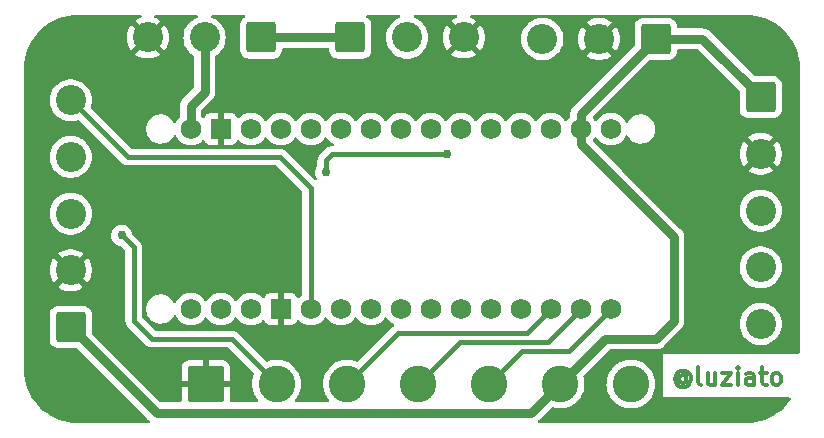
<source format=gbr>
%TF.GenerationSoftware,KiCad,Pcbnew,(7.0.0)*%
%TF.CreationDate,2023-03-08T14:36:46+01:00*%
%TF.ProjectId,booth fendi,626f6f74-6820-4666-956e-64692e6b6963,rev?*%
%TF.SameCoordinates,Original*%
%TF.FileFunction,Copper,L1,Top*%
%TF.FilePolarity,Positive*%
%FSLAX46Y46*%
G04 Gerber Fmt 4.6, Leading zero omitted, Abs format (unit mm)*
G04 Created by KiCad (PCBNEW (7.0.0)) date 2023-03-08 14:36:46*
%MOMM*%
%LPD*%
G01*
G04 APERTURE LIST*
G04 Aperture macros list*
%AMRoundRect*
0 Rectangle with rounded corners*
0 $1 Rounding radius*
0 $2 $3 $4 $5 $6 $7 $8 $9 X,Y pos of 4 corners*
0 Add a 4 corners polygon primitive as box body*
4,1,4,$2,$3,$4,$5,$6,$7,$8,$9,$2,$3,0*
0 Add four circle primitives for the rounded corners*
1,1,$1+$1,$2,$3*
1,1,$1+$1,$4,$5*
1,1,$1+$1,$6,$7*
1,1,$1+$1,$8,$9*
0 Add four rect primitives between the rounded corners*
20,1,$1+$1,$2,$3,$4,$5,0*
20,1,$1+$1,$4,$5,$6,$7,0*
20,1,$1+$1,$6,$7,$8,$9,0*
20,1,$1+$1,$8,$9,$2,$3,0*%
G04 Aperture macros list end*
%ADD10C,0.300000*%
%TA.AperFunction,NonConductor*%
%ADD11C,0.300000*%
%TD*%
%TA.AperFunction,ComponentPad*%
%ADD12RoundRect,0.249999X-1.025001X1.025001X-1.025001X-1.025001X1.025001X-1.025001X1.025001X1.025001X0*%
%TD*%
%TA.AperFunction,ComponentPad*%
%ADD13C,2.550000*%
%TD*%
%TA.AperFunction,ComponentPad*%
%ADD14RoundRect,0.249999X1.025001X1.025001X-1.025001X1.025001X-1.025001X-1.025001X1.025001X-1.025001X0*%
%TD*%
%TA.AperFunction,ComponentPad*%
%ADD15RoundRect,0.249999X-1.025001X-1.025001X1.025001X-1.025001X1.025001X1.025001X-1.025001X1.025001X0*%
%TD*%
%TA.AperFunction,ComponentPad*%
%ADD16RoundRect,0.249999X1.025001X-1.025001X1.025001X1.025001X-1.025001X1.025001X-1.025001X-1.025001X0*%
%TD*%
%TA.AperFunction,ComponentPad*%
%ADD17C,1.727200*%
%TD*%
%TA.AperFunction,ComponentPad*%
%ADD18R,1.727200X1.727200*%
%TD*%
%TA.AperFunction,ComponentPad*%
%ADD19RoundRect,0.249999X-1.300001X-1.300001X1.300001X-1.300001X1.300001X1.300001X-1.300001X1.300001X0*%
%TD*%
%TA.AperFunction,ComponentPad*%
%ADD20C,3.100000*%
%TD*%
%TA.AperFunction,ViaPad*%
%ADD21C,0.762000*%
%TD*%
%TA.AperFunction,Conductor*%
%ADD22C,0.762000*%
%TD*%
%TA.AperFunction,Conductor*%
%ADD23C,0.381000*%
%TD*%
G04 APERTURE END LIST*
D10*
D11*
X175326514Y-102235685D02*
X175255085Y-102164257D01*
X175255085Y-102164257D02*
X175112228Y-102092828D01*
X175112228Y-102092828D02*
X174969371Y-102092828D01*
X174969371Y-102092828D02*
X174826514Y-102164257D01*
X174826514Y-102164257D02*
X174755085Y-102235685D01*
X174755085Y-102235685D02*
X174683657Y-102378542D01*
X174683657Y-102378542D02*
X174683657Y-102521400D01*
X174683657Y-102521400D02*
X174755085Y-102664257D01*
X174755085Y-102664257D02*
X174826514Y-102735685D01*
X174826514Y-102735685D02*
X174969371Y-102807114D01*
X174969371Y-102807114D02*
X175112228Y-102807114D01*
X175112228Y-102807114D02*
X175255085Y-102735685D01*
X175255085Y-102735685D02*
X175326514Y-102664257D01*
X175326514Y-102092828D02*
X175326514Y-102664257D01*
X175326514Y-102664257D02*
X175397942Y-102735685D01*
X175397942Y-102735685D02*
X175469371Y-102735685D01*
X175469371Y-102735685D02*
X175612228Y-102664257D01*
X175612228Y-102664257D02*
X175683657Y-102521400D01*
X175683657Y-102521400D02*
X175683657Y-102164257D01*
X175683657Y-102164257D02*
X175540800Y-101949971D01*
X175540800Y-101949971D02*
X175326514Y-101807114D01*
X175326514Y-101807114D02*
X175040800Y-101735685D01*
X175040800Y-101735685D02*
X174755085Y-101807114D01*
X174755085Y-101807114D02*
X174540800Y-101949971D01*
X174540800Y-101949971D02*
X174397942Y-102164257D01*
X174397942Y-102164257D02*
X174326514Y-102449971D01*
X174326514Y-102449971D02*
X174397942Y-102735685D01*
X174397942Y-102735685D02*
X174540800Y-102949971D01*
X174540800Y-102949971D02*
X174755085Y-103092828D01*
X174755085Y-103092828D02*
X175040800Y-103164257D01*
X175040800Y-103164257D02*
X175326514Y-103092828D01*
X175326514Y-103092828D02*
X175540800Y-102949971D01*
X176540799Y-102949971D02*
X176397942Y-102878542D01*
X176397942Y-102878542D02*
X176326513Y-102735685D01*
X176326513Y-102735685D02*
X176326513Y-101449971D01*
X177755085Y-101949971D02*
X177755085Y-102949971D01*
X177112227Y-101949971D02*
X177112227Y-102735685D01*
X177112227Y-102735685D02*
X177183656Y-102878542D01*
X177183656Y-102878542D02*
X177326513Y-102949971D01*
X177326513Y-102949971D02*
X177540799Y-102949971D01*
X177540799Y-102949971D02*
X177683656Y-102878542D01*
X177683656Y-102878542D02*
X177755085Y-102807114D01*
X178326513Y-101949971D02*
X179112228Y-101949971D01*
X179112228Y-101949971D02*
X178326513Y-102949971D01*
X178326513Y-102949971D02*
X179112228Y-102949971D01*
X179683656Y-102949971D02*
X179683656Y-101949971D01*
X179683656Y-101449971D02*
X179612228Y-101521400D01*
X179612228Y-101521400D02*
X179683656Y-101592828D01*
X179683656Y-101592828D02*
X179755085Y-101521400D01*
X179755085Y-101521400D02*
X179683656Y-101449971D01*
X179683656Y-101449971D02*
X179683656Y-101592828D01*
X181040800Y-102949971D02*
X181040800Y-102164257D01*
X181040800Y-102164257D02*
X180969371Y-102021400D01*
X180969371Y-102021400D02*
X180826514Y-101949971D01*
X180826514Y-101949971D02*
X180540800Y-101949971D01*
X180540800Y-101949971D02*
X180397942Y-102021400D01*
X181040800Y-102878542D02*
X180897942Y-102949971D01*
X180897942Y-102949971D02*
X180540800Y-102949971D01*
X180540800Y-102949971D02*
X180397942Y-102878542D01*
X180397942Y-102878542D02*
X180326514Y-102735685D01*
X180326514Y-102735685D02*
X180326514Y-102592828D01*
X180326514Y-102592828D02*
X180397942Y-102449971D01*
X180397942Y-102449971D02*
X180540800Y-102378542D01*
X180540800Y-102378542D02*
X180897942Y-102378542D01*
X180897942Y-102378542D02*
X181040800Y-102307114D01*
X181540800Y-101949971D02*
X182112228Y-101949971D01*
X181755085Y-101449971D02*
X181755085Y-102735685D01*
X181755085Y-102735685D02*
X181826514Y-102878542D01*
X181826514Y-102878542D02*
X181969371Y-102949971D01*
X181969371Y-102949971D02*
X182112228Y-102949971D01*
X182826514Y-102949971D02*
X182683657Y-102878542D01*
X182683657Y-102878542D02*
X182612228Y-102807114D01*
X182612228Y-102807114D02*
X182540800Y-102664257D01*
X182540800Y-102664257D02*
X182540800Y-102235685D01*
X182540800Y-102235685D02*
X182612228Y-102092828D01*
X182612228Y-102092828D02*
X182683657Y-102021400D01*
X182683657Y-102021400D02*
X182826514Y-101949971D01*
X182826514Y-101949971D02*
X183040800Y-101949971D01*
X183040800Y-101949971D02*
X183183657Y-102021400D01*
X183183657Y-102021400D02*
X183255086Y-102092828D01*
X183255086Y-102092828D02*
X183326514Y-102235685D01*
X183326514Y-102235685D02*
X183326514Y-102664257D01*
X183326514Y-102664257D02*
X183255086Y-102807114D01*
X183255086Y-102807114D02*
X183183657Y-102878542D01*
X183183657Y-102878542D02*
X183040800Y-102949971D01*
X183040800Y-102949971D02*
X182826514Y-102949971D01*
D12*
%TO.P,J6,1,Pin_1*%
%TO.N,+3V3*%
X181610000Y-78590000D03*
D13*
%TO.P,J6,2,Pin_2*%
%TO.N,GND*%
X181610000Y-83390000D03*
%TO.P,J6,3,Pin_3*%
%TO.N,SCL*%
X181610000Y-88190000D03*
%TO.P,J6,4,Pin_4*%
%TO.N,SDA*%
X181610000Y-92990000D03*
%TO.P,J6,5,Pin_5*%
%TO.N,SB-X*%
X181610000Y-97790000D03*
%TD*%
D14*
%TO.P,J4,1,Pin_1*%
%TO.N,+3V3*%
X172720000Y-73660000D03*
D13*
%TO.P,J4,2,Pin_2*%
%TO.N,GND*%
X167920000Y-73660000D03*
%TO.P,J4,3,Pin_3*%
%TO.N,TTL-DATA*%
X163120000Y-73660000D03*
%TD*%
D14*
%TO.P,J2,1,Pin_1*%
%TO.N,+12V*%
X139319000Y-73533000D03*
D13*
%TO.P,J2,2,Pin_2*%
%TO.N,+5V*%
X134519000Y-73533000D03*
%TO.P,J2,3,Pin_3*%
%TO.N,GND*%
X129719000Y-73533000D03*
%TD*%
D15*
%TO.P,J7,1,Pin_1*%
%TO.N,+12V*%
X146864000Y-73533000D03*
D13*
%TO.P,J7,2,Pin_2*%
%TO.N,+5V*%
X151664000Y-73533000D03*
%TO.P,J7,3,Pin_3*%
%TO.N,GND*%
X156464000Y-73533000D03*
%TD*%
D16*
%TO.P,J3,1,Pin_1*%
%TO.N,+3V3*%
X123190000Y-98044000D03*
D13*
%TO.P,J3,2,Pin_2*%
%TO.N,GND*%
X123190000Y-93244000D03*
%TO.P,J3,3,Pin_3*%
%TO.N,SDA*%
X123190000Y-88444000D03*
%TO.P,J3,4,Pin_4*%
%TO.N,SCL*%
X123190000Y-83644000D03*
%TO.P,J3,5,Pin_5*%
%TO.N,SA-X*%
X123190000Y-78844000D03*
%TD*%
D17*
%TO.P,A1,3V3,3.3V*%
%TO.N,+3V3*%
X166370000Y-81280000D03*
%TO.P,A1,5V,5V*%
%TO.N,unconnected-(A1-Pad5V)*%
X140970000Y-81280000D03*
%TO.P,A1,A0,A0/DAC*%
%TO.N,unconnected-(A1-A0{slash}DAC-PadA0)*%
X161290000Y-81280000D03*
%TO.P,A1,A1,A1*%
%TO.N,unconnected-(A1-PadA1)*%
X158750000Y-81280000D03*
%TO.P,A1,A2,A2*%
%TO.N,unconnected-(A1-PadA2)*%
X156210000Y-81280000D03*
%TO.P,A1,A3,A3*%
%TO.N,unconnected-(A1-PadA3)*%
X153670000Y-81280000D03*
%TO.P,A1,A4,A4_SDA*%
%TO.N,SDA*%
X151130000Y-81280000D03*
%TO.P,A1,A5,A5_SCL*%
%TO.N,SCL*%
X148590000Y-81280000D03*
%TO.P,A1,A6,A6*%
%TO.N,unconnected-(A1-PadA6)*%
X146050000Y-81280000D03*
%TO.P,A1,A7,A7*%
%TO.N,unconnected-(A1-PadA7)*%
X143510000Y-81280000D03*
%TO.P,A1,AREF,AREF*%
%TO.N,unconnected-(A1-PadAREF)*%
X163830000Y-81280000D03*
%TO.P,A1,D0,D0_RX0*%
%TO.N,TTL-DATA*%
X135890000Y-96520000D03*
%TO.P,A1,D1,D1_TX0*%
%TO.N,unconnected-(A1-D1_TX0-PadD1)*%
X133350000Y-96520000D03*
%TO.P,A1,D2,D2*%
%TO.N,SA-X*%
X143510000Y-96520000D03*
%TO.P,A1,D3,D3*%
%TO.N,SB-X*%
X146050000Y-96520000D03*
%TO.P,A1,D4,D4*%
%TO.N,unconnected-(A1-PadD4)*%
X148590000Y-96520000D03*
%TO.P,A1,D5,D5*%
%TO.N,unconnected-(A1-PadD5)*%
X151130000Y-96520000D03*
%TO.P,A1,D6,D6*%
%TO.N,unconnected-(A1-PadD6)*%
X153670000Y-96520000D03*
%TO.P,A1,D7,D7*%
%TO.N,unconnected-(A1-PadD7)*%
X156210000Y-96520000D03*
%TO.P,A1,D8,D8*%
%TO.N,unconnected-(A1-PadD8)*%
X158750000Y-96520000D03*
%TO.P,A1,D9,D9*%
%TO.N,unconnected-(A1-PadD9)*%
X161290000Y-96520000D03*
%TO.P,A1,D10,D10*%
%TO.N,ETH-SCS*%
X163830000Y-96520000D03*
%TO.P,A1,D11,D11_MOSI*%
%TO.N,ETH-MOSI*%
X166370000Y-96520000D03*
%TO.P,A1,D12,D12_MISO*%
%TO.N,ETH-MISO*%
X168910000Y-96520000D03*
%TO.P,A1,D13,D13_SCK*%
%TO.N,ETH-SCLK*%
X168910000Y-81280000D03*
D18*
%TO.P,A1,GND1,GND*%
%TO.N,GND*%
X140969999Y-96519999D03*
%TO.P,A1,GND2,GND*%
X135889999Y-81279999D03*
D17*
%TO.P,A1,RST1,RESET*%
%TO.N,ETH-RST*%
X138430000Y-96520000D03*
%TO.P,A1,RST2,RESET*%
%TO.N,unconnected-(A1-RESET-PadRST2)*%
X138430000Y-81280000D03*
%TO.P,A1,VIN,VIN*%
%TO.N,+5V*%
X133350000Y-81280000D03*
%TD*%
D19*
%TO.P,J5,1,Pin_1*%
%TO.N,GND*%
X134620000Y-102870000D03*
D20*
%TO.P,J5,2,Pin_2*%
%TO.N,ETH-SCLK*%
X140620000Y-102870000D03*
%TO.P,J5,3,Pin_3*%
%TO.N,ETH-SCS*%
X146620000Y-102870000D03*
%TO.P,J5,4,Pin_4*%
%TO.N,ETH-MOSI*%
X152620000Y-102870000D03*
%TO.P,J5,5,Pin_5*%
%TO.N,ETH-MISO*%
X158620000Y-102870000D03*
%TO.P,J5,6,Pin_6*%
%TO.N,+3V3*%
X164620000Y-102870000D03*
%TO.P,J5,7,Pin_7*%
%TO.N,ETH-RST*%
X170615976Y-102870000D03*
%TD*%
D21*
%TO.N,ETH-SCLK*%
X155067000Y-83439000D03*
X127508000Y-90297000D03*
X144780000Y-84963000D03*
%TD*%
D22*
%TO.N,+3V3*%
X164620000Y-102870000D02*
X168430000Y-99060000D01*
X166370000Y-80010000D02*
X166370000Y-81280000D01*
X168430000Y-99060000D02*
X172720000Y-99060000D01*
X166370000Y-82550000D02*
X166370000Y-81280000D01*
X172720000Y-99060000D02*
X174244000Y-97536000D01*
X181610000Y-78590000D02*
X176680000Y-73660000D01*
X176680000Y-73660000D02*
X172720000Y-73660000D01*
X174244000Y-97536000D02*
X174244000Y-90424000D01*
X164620000Y-102870000D02*
X162181000Y-105309000D01*
X123190000Y-98044000D02*
X130455000Y-105309000D01*
X172720000Y-73660000D02*
X166370000Y-80010000D01*
X130455000Y-105309000D02*
X131064000Y-105309000D01*
X162181000Y-105309000D02*
X131064000Y-105309000D01*
X174244000Y-90424000D02*
X166370000Y-82550000D01*
D23*
%TO.N,SA-X*%
X129032000Y-83667600D02*
X140919200Y-83667600D01*
X123190000Y-78844000D02*
X128013600Y-83667600D01*
X140919200Y-83667600D02*
X143510000Y-86258400D01*
X143510000Y-86258400D02*
X143510000Y-96520000D01*
X128013600Y-83667600D02*
X129032000Y-83667600D01*
%TO.N,ETH-SCS*%
X161798000Y-98552000D02*
X163830000Y-96520000D01*
X150938000Y-98552000D02*
X161798000Y-98552000D01*
X146620000Y-102870000D02*
X150938000Y-98552000D01*
%TO.N,ETH-MOSI*%
X163576000Y-99314000D02*
X166370000Y-96520000D01*
X156176000Y-99314000D02*
X163576000Y-99314000D01*
X152620000Y-102870000D02*
X156176000Y-99314000D01*
%TO.N,ETH-MISO*%
X161414000Y-100076000D02*
X165354000Y-100076000D01*
X165354000Y-100076000D02*
X168910000Y-96520000D01*
X158620000Y-102870000D02*
X161414000Y-100076000D01*
%TO.N,ETH-SCLK*%
X145288000Y-83439000D02*
X144780000Y-83947000D01*
X130048000Y-99060000D02*
X136810000Y-99060000D01*
X128524000Y-91313000D02*
X128524000Y-97536000D01*
X128524000Y-97536000D02*
X130048000Y-99060000D01*
X155067000Y-83439000D02*
X145288000Y-83439000D01*
X144780000Y-83947000D02*
X144780000Y-84963000D01*
X127508000Y-90297000D02*
X128524000Y-91313000D01*
X136810000Y-99060000D02*
X140620000Y-102870000D01*
D22*
%TO.N,+5V*%
X134519000Y-73533000D02*
X134519000Y-78131000D01*
X133350000Y-79300000D02*
X134519000Y-78131000D01*
X133350000Y-81280000D02*
X133350000Y-79300000D01*
%TO.N,+12V*%
X139319000Y-73533000D02*
X146864000Y-73533000D01*
%TD*%
%TA.AperFunction,Conductor*%
%TO.N,GND*%
G36*
X129141295Y-71640003D02*
G01*
X129187052Y-71692376D01*
X129197418Y-71761145D01*
X129169131Y-71824678D01*
X129111090Y-71862991D01*
X129073135Y-71874698D01*
X129064518Y-71878080D01*
X128833196Y-71989480D01*
X128825174Y-71994111D01*
X128663143Y-72104581D01*
X128655595Y-72112639D01*
X128661511Y-72121957D01*
X129707457Y-73167903D01*
X129719000Y-73174567D01*
X129730542Y-73167903D01*
X130776487Y-72121957D01*
X130782403Y-72112639D01*
X130774856Y-72104581D01*
X130612824Y-71994110D01*
X130604803Y-71989479D01*
X130373481Y-71878080D01*
X130364864Y-71874698D01*
X130326910Y-71862991D01*
X130268869Y-71824678D01*
X130240582Y-71761145D01*
X130250948Y-71692376D01*
X130296705Y-71640003D01*
X130363460Y-71620500D01*
X133845700Y-71620500D01*
X133912455Y-71640002D01*
X133958212Y-71692375D01*
X133968578Y-71761144D01*
X133940291Y-71824678D01*
X133882251Y-71862990D01*
X133865587Y-71868131D01*
X133861413Y-71870140D01*
X133861408Y-71870143D01*
X133628935Y-71982097D01*
X133628928Y-71982100D01*
X133624750Y-71984113D01*
X133620917Y-71986726D01*
X133620914Y-71986728D01*
X133422570Y-72121957D01*
X133403888Y-72134694D01*
X133400496Y-72137840D01*
X133400490Y-72137846D01*
X133212515Y-72312261D01*
X133207936Y-72316510D01*
X133205047Y-72320132D01*
X133205043Y-72320137D01*
X133046057Y-72519500D01*
X133041271Y-72525502D01*
X133038957Y-72529508D01*
X133038950Y-72529520D01*
X132909937Y-72752976D01*
X132909931Y-72752987D01*
X132907616Y-72756998D01*
X132905923Y-72761311D01*
X132905918Y-72761322D01*
X132811653Y-73001507D01*
X132811650Y-73001514D01*
X132809957Y-73005830D01*
X132808925Y-73010348D01*
X132808924Y-73010354D01*
X132751506Y-73261916D01*
X132751503Y-73261930D01*
X132750475Y-73266438D01*
X132750128Y-73271057D01*
X132750128Y-73271063D01*
X132740611Y-73398063D01*
X132730499Y-73533000D01*
X132750475Y-73799562D01*
X132751504Y-73804071D01*
X132751506Y-73804083D01*
X132800430Y-74018431D01*
X132809957Y-74060170D01*
X132811652Y-74064488D01*
X132811653Y-74064492D01*
X132905918Y-74304677D01*
X132905921Y-74304683D01*
X132907616Y-74309002D01*
X132909934Y-74313017D01*
X132909937Y-74313023D01*
X133038950Y-74536479D01*
X133038954Y-74536484D01*
X133041271Y-74540498D01*
X133207936Y-74749490D01*
X133403888Y-74931306D01*
X133551069Y-75031652D01*
X133575352Y-75048208D01*
X133615130Y-75092721D01*
X133629500Y-75150662D01*
X133629500Y-77711195D01*
X133620061Y-77758648D01*
X133593181Y-77798876D01*
X132777433Y-78614622D01*
X132762646Y-78627253D01*
X132756785Y-78631511D01*
X132756774Y-78631520D01*
X132751530Y-78635331D01*
X132747186Y-78640154D01*
X132747183Y-78640158D01*
X132706730Y-78685084D01*
X132702269Y-78689785D01*
X132690362Y-78701693D01*
X132690345Y-78701711D01*
X132688063Y-78703994D01*
X132686038Y-78706493D01*
X132686023Y-78706511D01*
X132675419Y-78719605D01*
X132671212Y-78724529D01*
X132630766Y-78769450D01*
X132630756Y-78769463D01*
X132626415Y-78774285D01*
X132623171Y-78779902D01*
X132623164Y-78779913D01*
X132619547Y-78786179D01*
X132608533Y-78802203D01*
X132603985Y-78807819D01*
X132603976Y-78807832D01*
X132599893Y-78812875D01*
X132596948Y-78818654D01*
X132596944Y-78818661D01*
X132569497Y-78872528D01*
X132566401Y-78878229D01*
X132536176Y-78930582D01*
X132536172Y-78930590D01*
X132532925Y-78936215D01*
X132530919Y-78942388D01*
X132530916Y-78942395D01*
X132528681Y-78949275D01*
X132521241Y-78967237D01*
X132517958Y-78973680D01*
X132517954Y-78973687D01*
X132515006Y-78979476D01*
X132513325Y-78985748D01*
X132513322Y-78985757D01*
X132497676Y-79044148D01*
X132495834Y-79050367D01*
X132475145Y-79114044D01*
X132474465Y-79120504D01*
X132474464Y-79120513D01*
X132473708Y-79127702D01*
X132470167Y-79146811D01*
X132468292Y-79153808D01*
X132468290Y-79153815D01*
X132466611Y-79160085D01*
X132466271Y-79166571D01*
X132466271Y-79166572D01*
X132463107Y-79226944D01*
X132462598Y-79233413D01*
X132460838Y-79250152D01*
X132460836Y-79250175D01*
X132460500Y-79253380D01*
X132460500Y-79256622D01*
X132460500Y-79273455D01*
X132460329Y-79279944D01*
X132456826Y-79346810D01*
X132457842Y-79353230D01*
X132457843Y-79353232D01*
X132458973Y-79360367D01*
X132460500Y-79379764D01*
X132460500Y-80173670D01*
X132450055Y-80223482D01*
X132420727Y-80264555D01*
X132417517Y-80267054D01*
X132414054Y-80270815D01*
X132414045Y-80270824D01*
X132266980Y-80430581D01*
X132266977Y-80430584D01*
X132263510Y-80434351D01*
X132260715Y-80438628D01*
X132260708Y-80438638D01*
X132156870Y-80597575D01*
X132139139Y-80624715D01*
X132137085Y-80629397D01*
X132137081Y-80629405D01*
X132113712Y-80682683D01*
X132070048Y-80735298D01*
X132005134Y-80756772D01*
X131938707Y-80740575D01*
X131890962Y-80691632D01*
X131852644Y-80620426D01*
X131841260Y-80599271D01*
X131703139Y-80426072D01*
X131536311Y-80280319D01*
X131531533Y-80277464D01*
X131531530Y-80277462D01*
X131350913Y-80169548D01*
X131350910Y-80169546D01*
X131346139Y-80166696D01*
X131249794Y-80130537D01*
X131143945Y-80090811D01*
X131143941Y-80090810D01*
X131138735Y-80088856D01*
X131103711Y-80082500D01*
X130926250Y-80050295D01*
X130926245Y-80050294D01*
X130920765Y-80049300D01*
X130754735Y-80049300D01*
X130751987Y-80049547D01*
X130751971Y-80049548D01*
X130594911Y-80063684D01*
X130594904Y-80063685D01*
X130589362Y-80064184D01*
X130583991Y-80065666D01*
X130583987Y-80065667D01*
X130381183Y-80121637D01*
X130381177Y-80121639D01*
X130375815Y-80123119D01*
X130370810Y-80125529D01*
X130370800Y-80125533D01*
X130181243Y-80216819D01*
X130181234Y-80216824D01*
X130176224Y-80219237D01*
X130171722Y-80222507D01*
X130171715Y-80222512D01*
X130001509Y-80346174D01*
X130001505Y-80346176D01*
X129997002Y-80349449D01*
X129993163Y-80353463D01*
X129993154Y-80353472D01*
X129847761Y-80505542D01*
X129847755Y-80505549D01*
X129843911Y-80509570D01*
X129840842Y-80514218D01*
X129840839Y-80514223D01*
X129724941Y-80689801D01*
X129724937Y-80689807D01*
X129721871Y-80694453D01*
X129719684Y-80699569D01*
X129719679Y-80699579D01*
X129636993Y-80893032D01*
X129636989Y-80893042D01*
X129634804Y-80898156D01*
X129633566Y-80903576D01*
X129633564Y-80903585D01*
X129586748Y-81108700D01*
X129586747Y-81108706D01*
X129585509Y-81114131D01*
X129575570Y-81335438D01*
X129576315Y-81340941D01*
X129576316Y-81340952D01*
X129604559Y-81549443D01*
X129605307Y-81554963D01*
X129607027Y-81560256D01*
X129607028Y-81560261D01*
X129637472Y-81653959D01*
X129673763Y-81765651D01*
X129676401Y-81770553D01*
X129745870Y-81899648D01*
X129778740Y-81960729D01*
X129916861Y-82133928D01*
X130083689Y-82279681D01*
X130088468Y-82282536D01*
X130088469Y-82282537D01*
X130185923Y-82340763D01*
X130273861Y-82393304D01*
X130481265Y-82471144D01*
X130699235Y-82510700D01*
X130862488Y-82510700D01*
X130865265Y-82510700D01*
X131030638Y-82495816D01*
X131244185Y-82436881D01*
X131443776Y-82340763D01*
X131622998Y-82210551D01*
X131776089Y-82050430D01*
X131898129Y-81865547D01*
X131899921Y-81866730D01*
X131940978Y-81824633D01*
X132007408Y-81808430D01*
X132072327Y-81829902D01*
X132115994Y-81882520D01*
X132137079Y-81930590D01*
X132137080Y-81930592D01*
X132139139Y-81935285D01*
X132167785Y-81979131D01*
X132260708Y-82121361D01*
X132260711Y-82121365D01*
X132263510Y-82125649D01*
X132417517Y-82292946D01*
X132596961Y-82432612D01*
X132796945Y-82540839D01*
X132801791Y-82542502D01*
X132801792Y-82542503D01*
X132931476Y-82587023D01*
X133012015Y-82614672D01*
X133236305Y-82652100D01*
X133458562Y-82652100D01*
X133463695Y-82652100D01*
X133687985Y-82614672D01*
X133903055Y-82540839D01*
X134103039Y-82432612D01*
X134282483Y-82292946D01*
X134323080Y-82248846D01*
X134334948Y-82235954D01*
X134387571Y-82202099D01*
X134450026Y-82198251D01*
X134506408Y-82225389D01*
X134542360Y-82276602D01*
X134579948Y-82377379D01*
X134588362Y-82392789D01*
X134663898Y-82493692D01*
X134676307Y-82506101D01*
X134777210Y-82581637D01*
X134792622Y-82590052D01*
X134911758Y-82634488D01*
X134926732Y-82638026D01*
X134975285Y-82643246D01*
X134981882Y-82643600D01*
X135623674Y-82643600D01*
X135636549Y-82640149D01*
X135640000Y-82627274D01*
X135640000Y-79932726D01*
X135636549Y-79919850D01*
X135623674Y-79916400D01*
X134981882Y-79916400D01*
X134975285Y-79916753D01*
X134926732Y-79921973D01*
X134911758Y-79925511D01*
X134792622Y-79969947D01*
X134777210Y-79978362D01*
X134676307Y-80053898D01*
X134663898Y-80066307D01*
X134588362Y-80167210D01*
X134579948Y-80182620D01*
X134542360Y-80283397D01*
X134506408Y-80334610D01*
X134450026Y-80361748D01*
X134387572Y-80357900D01*
X134334948Y-80324046D01*
X134285954Y-80270824D01*
X134285950Y-80270821D01*
X134282483Y-80267054D01*
X134279272Y-80264555D01*
X134249945Y-80223482D01*
X134239500Y-80173670D01*
X134239500Y-79719805D01*
X134248939Y-79672352D01*
X134275819Y-79632124D01*
X134478338Y-79429605D01*
X135091570Y-78816371D01*
X135106363Y-78803738D01*
X135117470Y-78795669D01*
X135162286Y-78745894D01*
X135166741Y-78741201D01*
X135178641Y-78729302D01*
X135178642Y-78729300D01*
X135180937Y-78727006D01*
X135193588Y-78711382D01*
X135197752Y-78706505D01*
X135242585Y-78656715D01*
X135249451Y-78644821D01*
X135260471Y-78628787D01*
X135269107Y-78618125D01*
X135299506Y-78558460D01*
X135302585Y-78552788D01*
X135336075Y-78494785D01*
X135340317Y-78481727D01*
X135347762Y-78463752D01*
X135353994Y-78451524D01*
X135371322Y-78386852D01*
X135373166Y-78380629D01*
X135391845Y-78323143D01*
X135391845Y-78323139D01*
X135393855Y-78316956D01*
X135395289Y-78303306D01*
X135398835Y-78284175D01*
X135402389Y-78270915D01*
X135405893Y-78204020D01*
X135406396Y-78197629D01*
X135408500Y-78177620D01*
X135408500Y-78157545D01*
X135408670Y-78151056D01*
X135411834Y-78090679D01*
X135411833Y-78090678D01*
X135412174Y-78084190D01*
X135410027Y-78070633D01*
X135408500Y-78051236D01*
X135408500Y-75150662D01*
X135422870Y-75092721D01*
X135462648Y-75048209D01*
X135547660Y-74990248D01*
X135634112Y-74931306D01*
X135830064Y-74749490D01*
X135996729Y-74540498D01*
X136130384Y-74309002D01*
X136228043Y-74060170D01*
X136287525Y-73799562D01*
X136307501Y-73533000D01*
X136287525Y-73266438D01*
X136228043Y-73005830D01*
X136130384Y-72756998D01*
X136001821Y-72534321D01*
X135999049Y-72529520D01*
X135999047Y-72529518D01*
X135996729Y-72525502D01*
X135830064Y-72316510D01*
X135634112Y-72134694D01*
X135630285Y-72132084D01*
X135630279Y-72132080D01*
X135417092Y-71986732D01*
X135413251Y-71984113D01*
X135409070Y-71982099D01*
X135409064Y-71982096D01*
X135176591Y-71870143D01*
X135176590Y-71870142D01*
X135172413Y-71868131D01*
X135155748Y-71862990D01*
X135097709Y-71824678D01*
X135069422Y-71761144D01*
X135079788Y-71692375D01*
X135125545Y-71640002D01*
X135192300Y-71620500D01*
X137850794Y-71620500D01*
X137912168Y-71636754D01*
X137957452Y-71681255D01*
X137974775Y-71742336D01*
X137959595Y-71803984D01*
X137915891Y-71850038D01*
X137826499Y-71905175D01*
X137826493Y-71905179D01*
X137820348Y-71908970D01*
X137815241Y-71914076D01*
X137815237Y-71914080D01*
X137700080Y-72029237D01*
X137700076Y-72029241D01*
X137694970Y-72034348D01*
X137691179Y-72040493D01*
X137691175Y-72040499D01*
X137605678Y-72179111D01*
X137601885Y-72185261D01*
X137599613Y-72192115D01*
X137599612Y-72192119D01*
X137548241Y-72347148D01*
X137548239Y-72347156D01*
X137546113Y-72353573D01*
X137545425Y-72360301D01*
X137545425Y-72360304D01*
X137535819Y-72454324D01*
X137535818Y-72454339D01*
X137535500Y-72457454D01*
X137535500Y-74608546D01*
X137535818Y-74611661D01*
X137535819Y-74611675D01*
X137541893Y-74671124D01*
X137546113Y-74712427D01*
X137548239Y-74718845D01*
X137548241Y-74718851D01*
X137585965Y-74832695D01*
X137601885Y-74880739D01*
X137605678Y-74886888D01*
X137669431Y-74990248D01*
X137694970Y-75031652D01*
X137820348Y-75157030D01*
X137971261Y-75250115D01*
X138139573Y-75305887D01*
X138243454Y-75316500D01*
X140391399Y-75316500D01*
X140394546Y-75316500D01*
X140498427Y-75305887D01*
X140666739Y-75250115D01*
X140817652Y-75157030D01*
X140943030Y-75031652D01*
X141036115Y-74880739D01*
X141091887Y-74712427D01*
X141102500Y-74608546D01*
X141102500Y-74546500D01*
X141119113Y-74484500D01*
X141164500Y-74439113D01*
X141226500Y-74422500D01*
X144956500Y-74422500D01*
X145018500Y-74439113D01*
X145063887Y-74484500D01*
X145080500Y-74546500D01*
X145080500Y-74608546D01*
X145080818Y-74611661D01*
X145080819Y-74611675D01*
X145086893Y-74671124D01*
X145091113Y-74712427D01*
X145093239Y-74718845D01*
X145093241Y-74718851D01*
X145130965Y-74832695D01*
X145146885Y-74880739D01*
X145150678Y-74886888D01*
X145214431Y-74990248D01*
X145239970Y-75031652D01*
X145365348Y-75157030D01*
X145516261Y-75250115D01*
X145684573Y-75305887D01*
X145788454Y-75316500D01*
X147936399Y-75316500D01*
X147939546Y-75316500D01*
X148043427Y-75305887D01*
X148211739Y-75250115D01*
X148362652Y-75157030D01*
X148488030Y-75031652D01*
X148581115Y-74880739D01*
X148636887Y-74712427D01*
X148647500Y-74608546D01*
X148647500Y-72457454D01*
X148636887Y-72353573D01*
X148581115Y-72185261D01*
X148488030Y-72034348D01*
X148362652Y-71908970D01*
X148356502Y-71905176D01*
X148356500Y-71905175D01*
X148267109Y-71850038D01*
X148223405Y-71803984D01*
X148208225Y-71742336D01*
X148225548Y-71681255D01*
X148270832Y-71636754D01*
X148332206Y-71620500D01*
X150990700Y-71620500D01*
X151057455Y-71640002D01*
X151103212Y-71692375D01*
X151113578Y-71761144D01*
X151085291Y-71824678D01*
X151027251Y-71862990D01*
X151010587Y-71868131D01*
X151006413Y-71870140D01*
X151006408Y-71870143D01*
X150773935Y-71982097D01*
X150773928Y-71982100D01*
X150769750Y-71984113D01*
X150765917Y-71986726D01*
X150765914Y-71986728D01*
X150567570Y-72121957D01*
X150548888Y-72134694D01*
X150545496Y-72137840D01*
X150545490Y-72137846D01*
X150357515Y-72312261D01*
X150352936Y-72316510D01*
X150350047Y-72320132D01*
X150350043Y-72320137D01*
X150191057Y-72519500D01*
X150186271Y-72525502D01*
X150183957Y-72529508D01*
X150183950Y-72529520D01*
X150054937Y-72752976D01*
X150054931Y-72752987D01*
X150052616Y-72756998D01*
X150050923Y-72761311D01*
X150050918Y-72761322D01*
X149956653Y-73001507D01*
X149956650Y-73001514D01*
X149954957Y-73005830D01*
X149953925Y-73010348D01*
X149953924Y-73010354D01*
X149896506Y-73261916D01*
X149896503Y-73261930D01*
X149895475Y-73266438D01*
X149895128Y-73271057D01*
X149895128Y-73271063D01*
X149885611Y-73398063D01*
X149875499Y-73533000D01*
X149895475Y-73799562D01*
X149896504Y-73804071D01*
X149896506Y-73804083D01*
X149945430Y-74018431D01*
X149954957Y-74060170D01*
X149956652Y-74064488D01*
X149956653Y-74064492D01*
X150050918Y-74304677D01*
X150050921Y-74304683D01*
X150052616Y-74309002D01*
X150054934Y-74313017D01*
X150054937Y-74313023D01*
X150183950Y-74536479D01*
X150183954Y-74536484D01*
X150186271Y-74540498D01*
X150352936Y-74749490D01*
X150548888Y-74931306D01*
X150769750Y-75081887D01*
X151010587Y-75197869D01*
X151015015Y-75199234D01*
X151015018Y-75199236D01*
X151052842Y-75210903D01*
X151266021Y-75276660D01*
X151530345Y-75316500D01*
X151793018Y-75316500D01*
X151797655Y-75316500D01*
X152061979Y-75276660D01*
X152317413Y-75197869D01*
X152558251Y-75081887D01*
X152746766Y-74953359D01*
X155400595Y-74953359D01*
X155408142Y-74961416D01*
X155570176Y-75071889D01*
X155578197Y-75076520D01*
X155809518Y-75187919D01*
X155818138Y-75191302D01*
X156063481Y-75266980D01*
X156072507Y-75269040D01*
X156326396Y-75307308D01*
X156335619Y-75308000D01*
X156592381Y-75308000D01*
X156601603Y-75307308D01*
X156855492Y-75269040D01*
X156864518Y-75266980D01*
X157109861Y-75191302D01*
X157118481Y-75187919D01*
X157349802Y-75076521D01*
X157357830Y-75071885D01*
X157519854Y-74961418D01*
X157527402Y-74953359D01*
X157521485Y-74944039D01*
X156475542Y-73898095D01*
X156464000Y-73891431D01*
X156452457Y-73898095D01*
X155406511Y-74944041D01*
X155400595Y-74953359D01*
X152746766Y-74953359D01*
X152779112Y-74931306D01*
X152975064Y-74749490D01*
X153141729Y-74540498D01*
X153275384Y-74309002D01*
X153373043Y-74060170D01*
X153432525Y-73799562D01*
X153452154Y-73537630D01*
X154684370Y-73537630D01*
X154703557Y-73793663D01*
X154704936Y-73802816D01*
X154762067Y-74053125D01*
X154764800Y-74061985D01*
X154858598Y-74300978D01*
X154862617Y-74309324D01*
X154990992Y-74531676D01*
X154996210Y-74539328D01*
X155033168Y-74585672D01*
X155044404Y-74593645D01*
X155056463Y-74586981D01*
X156098903Y-73544542D01*
X156105567Y-73532999D01*
X156822431Y-73532999D01*
X156829095Y-73544542D01*
X157871536Y-74586982D01*
X157883593Y-74593646D01*
X157894830Y-74585673D01*
X157931794Y-74539323D01*
X157937005Y-74531678D01*
X158065382Y-74309324D01*
X158069401Y-74300978D01*
X158163199Y-74061985D01*
X158165932Y-74053125D01*
X158223063Y-73802816D01*
X158224442Y-73793663D01*
X158234459Y-73660000D01*
X161331499Y-73660000D01*
X161331846Y-73664630D01*
X161349341Y-73898095D01*
X161351475Y-73926562D01*
X161352504Y-73931071D01*
X161352506Y-73931083D01*
X161409924Y-74182645D01*
X161410957Y-74187170D01*
X161412652Y-74191488D01*
X161412653Y-74191492D01*
X161506918Y-74431677D01*
X161506921Y-74431683D01*
X161508616Y-74436002D01*
X161510934Y-74440017D01*
X161510937Y-74440023D01*
X161639950Y-74663479D01*
X161639954Y-74663484D01*
X161642271Y-74667498D01*
X161808936Y-74876490D01*
X162004888Y-75058306D01*
X162225750Y-75208887D01*
X162466587Y-75324869D01*
X162471015Y-75326234D01*
X162471018Y-75326236D01*
X162528744Y-75344042D01*
X162722021Y-75403660D01*
X162986345Y-75443500D01*
X163249018Y-75443500D01*
X163253655Y-75443500D01*
X163517979Y-75403660D01*
X163773413Y-75324869D01*
X164014251Y-75208887D01*
X164202766Y-75080359D01*
X166856595Y-75080359D01*
X166864142Y-75088416D01*
X167026176Y-75198889D01*
X167034197Y-75203520D01*
X167265518Y-75314919D01*
X167274138Y-75318302D01*
X167519481Y-75393980D01*
X167528507Y-75396040D01*
X167782396Y-75434308D01*
X167791619Y-75435000D01*
X168048381Y-75435000D01*
X168057603Y-75434308D01*
X168311492Y-75396040D01*
X168320518Y-75393980D01*
X168565861Y-75318302D01*
X168574481Y-75314919D01*
X168805802Y-75203521D01*
X168813830Y-75198885D01*
X168975854Y-75088418D01*
X168983402Y-75080359D01*
X168977485Y-75071039D01*
X167931542Y-74025095D01*
X167920000Y-74018431D01*
X167908457Y-74025095D01*
X166862511Y-75071041D01*
X166856595Y-75080359D01*
X164202766Y-75080359D01*
X164235112Y-75058306D01*
X164431064Y-74876490D01*
X164597729Y-74667498D01*
X164731384Y-74436002D01*
X164829043Y-74187170D01*
X164888525Y-73926562D01*
X164908154Y-73664630D01*
X166140370Y-73664630D01*
X166159557Y-73920663D01*
X166160936Y-73929816D01*
X166218067Y-74180125D01*
X166220800Y-74188985D01*
X166314598Y-74427978D01*
X166318617Y-74436324D01*
X166446992Y-74658676D01*
X166452210Y-74666328D01*
X166489168Y-74712672D01*
X166500404Y-74720645D01*
X166512463Y-74713981D01*
X167554903Y-73671542D01*
X167561567Y-73660000D01*
X167561566Y-73659999D01*
X168278431Y-73659999D01*
X168285095Y-73671541D01*
X169327536Y-74713982D01*
X169339593Y-74720646D01*
X169350830Y-74712673D01*
X169387794Y-74666323D01*
X169393005Y-74658678D01*
X169521382Y-74436324D01*
X169525401Y-74427978D01*
X169619199Y-74188985D01*
X169621932Y-74180125D01*
X169679063Y-73929816D01*
X169680442Y-73920663D01*
X169699630Y-73664630D01*
X169699630Y-73655370D01*
X169680442Y-73399336D01*
X169679063Y-73390183D01*
X169621932Y-73139874D01*
X169619199Y-73131014D01*
X169525401Y-72892021D01*
X169521382Y-72883675D01*
X169393005Y-72661321D01*
X169387793Y-72653676D01*
X169350830Y-72607325D01*
X169339593Y-72599352D01*
X169327536Y-72606016D01*
X168285095Y-73648456D01*
X168278431Y-73659999D01*
X167561566Y-73659999D01*
X167554903Y-73648457D01*
X166512463Y-72606017D01*
X166500404Y-72599353D01*
X166489169Y-72607325D01*
X166452202Y-72653680D01*
X166446996Y-72661317D01*
X166318617Y-72883675D01*
X166314598Y-72892021D01*
X166220800Y-73131014D01*
X166218067Y-73139874D01*
X166160936Y-73390183D01*
X166159557Y-73399336D01*
X166140370Y-73655370D01*
X166140370Y-73664630D01*
X164908154Y-73664630D01*
X164908501Y-73660000D01*
X164888525Y-73393438D01*
X164829043Y-73132830D01*
X164731384Y-72883998D01*
X164728787Y-72879500D01*
X164600049Y-72656520D01*
X164600047Y-72656518D01*
X164597729Y-72652502D01*
X164431064Y-72443510D01*
X164235112Y-72261694D01*
X164231285Y-72259084D01*
X164231279Y-72259080D01*
X164202764Y-72239639D01*
X166856595Y-72239639D01*
X166862511Y-72248957D01*
X167908457Y-73294903D01*
X167920000Y-73301567D01*
X167931542Y-73294903D01*
X168977487Y-72248957D01*
X168983403Y-72239639D01*
X168975856Y-72231581D01*
X168813824Y-72121110D01*
X168805803Y-72116479D01*
X168574481Y-72005080D01*
X168565861Y-72001697D01*
X168320518Y-71926019D01*
X168311492Y-71923959D01*
X168057603Y-71885691D01*
X168048381Y-71885000D01*
X167791619Y-71885000D01*
X167782396Y-71885691D01*
X167528507Y-71923959D01*
X167519481Y-71926019D01*
X167274138Y-72001697D01*
X167265518Y-72005080D01*
X167034196Y-72116480D01*
X167026174Y-72121111D01*
X166864143Y-72231581D01*
X166856595Y-72239639D01*
X164202764Y-72239639D01*
X164018092Y-72113732D01*
X164014251Y-72111113D01*
X164010070Y-72109099D01*
X164010064Y-72109096D01*
X163777591Y-71997143D01*
X163777590Y-71997142D01*
X163773413Y-71995131D01*
X163768991Y-71993767D01*
X163768981Y-71993763D01*
X163522409Y-71917706D01*
X163522403Y-71917704D01*
X163517979Y-71916340D01*
X163513403Y-71915650D01*
X163513393Y-71915648D01*
X163258240Y-71877191D01*
X163258239Y-71877190D01*
X163253655Y-71876500D01*
X162986345Y-71876500D01*
X162981761Y-71877190D01*
X162981759Y-71877191D01*
X162726606Y-71915648D01*
X162726594Y-71915650D01*
X162722021Y-71916340D01*
X162717599Y-71917703D01*
X162717590Y-71917706D01*
X162471018Y-71993763D01*
X162471003Y-71993768D01*
X162466587Y-71995131D01*
X162462413Y-71997140D01*
X162462408Y-71997143D01*
X162229935Y-72109097D01*
X162229928Y-72109100D01*
X162225750Y-72111113D01*
X162221917Y-72113726D01*
X162221914Y-72113728D01*
X162037237Y-72239639D01*
X162004888Y-72261694D01*
X162001496Y-72264840D01*
X162001490Y-72264846D01*
X161898611Y-72360304D01*
X161808936Y-72443510D01*
X161806047Y-72447132D01*
X161806043Y-72447137D01*
X161647057Y-72646500D01*
X161642271Y-72652502D01*
X161639957Y-72656508D01*
X161639950Y-72656520D01*
X161510937Y-72879976D01*
X161510931Y-72879987D01*
X161508616Y-72883998D01*
X161506923Y-72888311D01*
X161506918Y-72888322D01*
X161412653Y-73128507D01*
X161412650Y-73128514D01*
X161410957Y-73132830D01*
X161409925Y-73137348D01*
X161409924Y-73137354D01*
X161352506Y-73388916D01*
X161352503Y-73388930D01*
X161351475Y-73393438D01*
X161331499Y-73660000D01*
X158234459Y-73660000D01*
X158243630Y-73537630D01*
X158243630Y-73528370D01*
X158224442Y-73272336D01*
X158223063Y-73263183D01*
X158165932Y-73012874D01*
X158163199Y-73004014D01*
X158069401Y-72765021D01*
X158065382Y-72756675D01*
X157937005Y-72534321D01*
X157931793Y-72526676D01*
X157894830Y-72480325D01*
X157883593Y-72472352D01*
X157871536Y-72479016D01*
X156829095Y-73521457D01*
X156822431Y-73532999D01*
X156105567Y-73532999D01*
X156098903Y-73521457D01*
X155056463Y-72479017D01*
X155044404Y-72472353D01*
X155033169Y-72480325D01*
X154996202Y-72526680D01*
X154990996Y-72534317D01*
X154862617Y-72756675D01*
X154858598Y-72765021D01*
X154764800Y-73004014D01*
X154762067Y-73012874D01*
X154704936Y-73263183D01*
X154703557Y-73272336D01*
X154684370Y-73528370D01*
X154684370Y-73537630D01*
X153452154Y-73537630D01*
X153452501Y-73533000D01*
X153432525Y-73266438D01*
X153373043Y-73005830D01*
X153275384Y-72756998D01*
X153146821Y-72534321D01*
X153144049Y-72529520D01*
X153144047Y-72529518D01*
X153141729Y-72525502D01*
X152975064Y-72316510D01*
X152779112Y-72134694D01*
X152775285Y-72132084D01*
X152775279Y-72132080D01*
X152562092Y-71986732D01*
X152558251Y-71984113D01*
X152554070Y-71982099D01*
X152554064Y-71982096D01*
X152321591Y-71870143D01*
X152321590Y-71870142D01*
X152317413Y-71868131D01*
X152300748Y-71862990D01*
X152242709Y-71824678D01*
X152214422Y-71761144D01*
X152224788Y-71692375D01*
X152270545Y-71640002D01*
X152337300Y-71620500D01*
X155819540Y-71620500D01*
X155886295Y-71640003D01*
X155932052Y-71692376D01*
X155942418Y-71761145D01*
X155914131Y-71824678D01*
X155856090Y-71862991D01*
X155818135Y-71874698D01*
X155809518Y-71878080D01*
X155578196Y-71989480D01*
X155570174Y-71994111D01*
X155408143Y-72104581D01*
X155400595Y-72112639D01*
X155406511Y-72121957D01*
X156452457Y-73167903D01*
X156464000Y-73174567D01*
X156475542Y-73167903D01*
X157521487Y-72121957D01*
X157527403Y-72112639D01*
X157519856Y-72104581D01*
X157357824Y-71994110D01*
X157349803Y-71989479D01*
X157118481Y-71878080D01*
X157109864Y-71874698D01*
X157071910Y-71862991D01*
X157013869Y-71824678D01*
X156985582Y-71761145D01*
X156995948Y-71692376D01*
X157041705Y-71640003D01*
X157108460Y-71620500D01*
X180354108Y-71620500D01*
X180417294Y-71620500D01*
X180422702Y-71620617D01*
X180806771Y-71637386D01*
X180817506Y-71638326D01*
X181195971Y-71688152D01*
X181206597Y-71690025D01*
X181579284Y-71772648D01*
X181589710Y-71775442D01*
X181953765Y-71890227D01*
X181963911Y-71893920D01*
X182316578Y-72040000D01*
X182326369Y-72044566D01*
X182609816Y-72192119D01*
X182664942Y-72220816D01*
X182674310Y-72226224D01*
X182996244Y-72431318D01*
X183005105Y-72437523D01*
X183307930Y-72669889D01*
X183316217Y-72676843D01*
X183597635Y-72934715D01*
X183605284Y-72942364D01*
X183863156Y-73223782D01*
X183870110Y-73232069D01*
X184102476Y-73534894D01*
X184108681Y-73543755D01*
X184313775Y-73865689D01*
X184319183Y-73875057D01*
X184495430Y-74213623D01*
X184500002Y-74223427D01*
X184646075Y-74576078D01*
X184649775Y-74586244D01*
X184764554Y-74950278D01*
X184767354Y-74960727D01*
X184849971Y-75333389D01*
X184851849Y-75344042D01*
X184901671Y-75722473D01*
X184902614Y-75733249D01*
X184919382Y-76117297D01*
X184919500Y-76122706D01*
X184919500Y-100182423D01*
X184906713Y-100237266D01*
X184870988Y-100280797D01*
X184819695Y-100304040D01*
X184785015Y-100302906D01*
X184785015Y-100303614D01*
X173318014Y-100303614D01*
X173318014Y-103999186D01*
X184046423Y-103999186D01*
X184109591Y-104016482D01*
X184155137Y-104063544D01*
X184170357Y-104127244D01*
X184151003Y-104189812D01*
X184108680Y-104256245D01*
X184102476Y-104265105D01*
X183870110Y-104567930D01*
X183863156Y-104576217D01*
X183605284Y-104857635D01*
X183597635Y-104865284D01*
X183316217Y-105123156D01*
X183307930Y-105130110D01*
X183005105Y-105362476D01*
X182996244Y-105368681D01*
X182674310Y-105573775D01*
X182664942Y-105579183D01*
X182326376Y-105755430D01*
X182316572Y-105760002D01*
X181963921Y-105906075D01*
X181953755Y-105909775D01*
X181589721Y-106024554D01*
X181579272Y-106027354D01*
X181206610Y-106109971D01*
X181195957Y-106111849D01*
X180817526Y-106161671D01*
X180806750Y-106162614D01*
X180422703Y-106179382D01*
X180417294Y-106179500D01*
X162867806Y-106179500D01*
X162811513Y-106165986D01*
X162767491Y-106128389D01*
X162745334Y-106074905D01*
X162749872Y-106017190D01*
X162780117Y-105967827D01*
X162791199Y-105956743D01*
X162795894Y-105952286D01*
X162845669Y-105907470D01*
X162853743Y-105896357D01*
X162866371Y-105881570D01*
X163881443Y-104866498D01*
X163937711Y-104834225D01*
X164002577Y-104834779D01*
X164045213Y-104846726D01*
X164196118Y-104889009D01*
X164196127Y-104889011D01*
X164200207Y-104890154D01*
X164479195Y-104928500D01*
X164756568Y-104928500D01*
X164760805Y-104928500D01*
X165039793Y-104890154D01*
X165310960Y-104814176D01*
X165569257Y-104701982D01*
X165809870Y-104555662D01*
X166028319Y-104377941D01*
X166220533Y-104172130D01*
X166382932Y-103942063D01*
X166512491Y-103692025D01*
X166606797Y-103426674D01*
X166664092Y-103150954D01*
X166683310Y-102870000D01*
X168552666Y-102870000D01*
X168552955Y-102874225D01*
X168570002Y-103123450D01*
X168571884Y-103150954D01*
X168572744Y-103155094D01*
X168572745Y-103155099D01*
X168592639Y-103250834D01*
X168629179Y-103426674D01*
X168630597Y-103430665D01*
X168630598Y-103430667D01*
X168694012Y-103609098D01*
X168723485Y-103692025D01*
X168725432Y-103695783D01*
X168725434Y-103695787D01*
X168846664Y-103929750D01*
X168853044Y-103942063D01*
X168855490Y-103945528D01*
X169012998Y-104168667D01*
X169013002Y-104168672D01*
X169015443Y-104172130D01*
X169207657Y-104377941D01*
X169210938Y-104380610D01*
X169210941Y-104380613D01*
X169242597Y-104406367D01*
X169426106Y-104555662D01*
X169666719Y-104701982D01*
X169925016Y-104814176D01*
X170137281Y-104873650D01*
X170192103Y-104889011D01*
X170192105Y-104889011D01*
X170196183Y-104890154D01*
X170475171Y-104928500D01*
X170752544Y-104928500D01*
X170756781Y-104928500D01*
X171035769Y-104890154D01*
X171306936Y-104814176D01*
X171565233Y-104701982D01*
X171805846Y-104555662D01*
X172024295Y-104377941D01*
X172216509Y-104172130D01*
X172378908Y-103942063D01*
X172508467Y-103692025D01*
X172602773Y-103426674D01*
X172660068Y-103150954D01*
X172679286Y-102870000D01*
X172660068Y-102589046D01*
X172602773Y-102313326D01*
X172508467Y-102047975D01*
X172378908Y-101797937D01*
X172216509Y-101567870D01*
X172024295Y-101362059D01*
X172021013Y-101359389D01*
X172021010Y-101359386D01*
X171809138Y-101187016D01*
X171809135Y-101187014D01*
X171805846Y-101184338D01*
X171802222Y-101182134D01*
X171802219Y-101182132D01*
X171568851Y-101040218D01*
X171568849Y-101040217D01*
X171565233Y-101038018D01*
X171544012Y-101028800D01*
X171310817Y-100927509D01*
X171310807Y-100927505D01*
X171306936Y-100925824D01*
X171302853Y-100924680D01*
X171039848Y-100850988D01*
X171039835Y-100850985D01*
X171035769Y-100849846D01*
X171031582Y-100849270D01*
X171031570Y-100849268D01*
X170760978Y-100812076D01*
X170760965Y-100812075D01*
X170756781Y-100811500D01*
X170475171Y-100811500D01*
X170470987Y-100812075D01*
X170470973Y-100812076D01*
X170200381Y-100849268D01*
X170200366Y-100849270D01*
X170196183Y-100849846D01*
X170192119Y-100850984D01*
X170192103Y-100850988D01*
X169929087Y-100924683D01*
X169929082Y-100924684D01*
X169925016Y-100925824D01*
X169921149Y-100927503D01*
X169921134Y-100927509D01*
X169670602Y-101036331D01*
X169670597Y-101036333D01*
X169666719Y-101038018D01*
X169663108Y-101040213D01*
X169663100Y-101040218D01*
X169429732Y-101182132D01*
X169429721Y-101182139D01*
X169426106Y-101184338D01*
X169422822Y-101187009D01*
X169422813Y-101187016D01*
X169210941Y-101359386D01*
X169210930Y-101359395D01*
X169207657Y-101362059D01*
X169204778Y-101365141D01*
X169204769Y-101365150D01*
X169018331Y-101564777D01*
X169018326Y-101564782D01*
X169015443Y-101567870D01*
X169013007Y-101571320D01*
X169012998Y-101571332D01*
X168855490Y-101794471D01*
X168855486Y-101794476D01*
X168853044Y-101797937D01*
X168851098Y-101801691D01*
X168851094Y-101801699D01*
X168725434Y-102044212D01*
X168725429Y-102044221D01*
X168723485Y-102047975D01*
X168722068Y-102051960D01*
X168722064Y-102051971D01*
X168648093Y-102260107D01*
X168629179Y-102313326D01*
X168628317Y-102317471D01*
X168628316Y-102317477D01*
X168572745Y-102584900D01*
X168572743Y-102584907D01*
X168571884Y-102589046D01*
X168571595Y-102593261D01*
X168571595Y-102593266D01*
X168560217Y-102759610D01*
X168552666Y-102870000D01*
X166683310Y-102870000D01*
X166664092Y-102589046D01*
X166606797Y-102313326D01*
X166587881Y-102260104D01*
X166583764Y-102191284D01*
X166617039Y-102130902D01*
X168762123Y-99985819D01*
X168802352Y-99958939D01*
X168849805Y-99949500D01*
X172640236Y-99949500D01*
X172659633Y-99951027D01*
X172661154Y-99951267D01*
X172673190Y-99953174D01*
X172740055Y-99949670D01*
X172746545Y-99949500D01*
X172763368Y-99949500D01*
X172766620Y-99949500D01*
X172786629Y-99947396D01*
X172793020Y-99946893D01*
X172859915Y-99943389D01*
X172873175Y-99939835D01*
X172892306Y-99936289D01*
X172905956Y-99934855D01*
X172912139Y-99932845D01*
X172912143Y-99932845D01*
X172969629Y-99914166D01*
X172975857Y-99912321D01*
X173040524Y-99894994D01*
X173052752Y-99888762D01*
X173070727Y-99881317D01*
X173083785Y-99877075D01*
X173141788Y-99843585D01*
X173147463Y-99840505D01*
X173154462Y-99836939D01*
X173207125Y-99810107D01*
X173217787Y-99801471D01*
X173233821Y-99790451D01*
X173245715Y-99783585D01*
X173295505Y-99738752D01*
X173300382Y-99734588D01*
X173316006Y-99721937D01*
X173330203Y-99707738D01*
X173334894Y-99703286D01*
X173384669Y-99658470D01*
X173392738Y-99647363D01*
X173405371Y-99632570D01*
X174816569Y-98221371D01*
X174831357Y-98208742D01*
X174842470Y-98200669D01*
X174887295Y-98150884D01*
X174891750Y-98146191D01*
X174905936Y-98132006D01*
X174918567Y-98116406D01*
X174922754Y-98111503D01*
X174967585Y-98061715D01*
X174974447Y-98049828D01*
X174985476Y-98033781D01*
X174994106Y-98023125D01*
X175024508Y-97963455D01*
X175027585Y-97957789D01*
X175061075Y-97899785D01*
X175065314Y-97886735D01*
X175072761Y-97868755D01*
X175078994Y-97856525D01*
X175096329Y-97791827D01*
X175096870Y-97790000D01*
X179821499Y-97790000D01*
X179821846Y-97794630D01*
X179840336Y-98041371D01*
X179841475Y-98056562D01*
X179842504Y-98061071D01*
X179842506Y-98061083D01*
X179899924Y-98312645D01*
X179900957Y-98317170D01*
X179902652Y-98321488D01*
X179902653Y-98321492D01*
X179996918Y-98561677D01*
X179996921Y-98561683D01*
X179998616Y-98566002D01*
X180000934Y-98570017D01*
X180000937Y-98570023D01*
X180129950Y-98793479D01*
X180129954Y-98793484D01*
X180132271Y-98797498D01*
X180298936Y-99006490D01*
X180494888Y-99188306D01*
X180715750Y-99338887D01*
X180956587Y-99454869D01*
X180961015Y-99456234D01*
X180961018Y-99456236D01*
X181084304Y-99494264D01*
X181212021Y-99533660D01*
X181476345Y-99573500D01*
X181739018Y-99573500D01*
X181743655Y-99573500D01*
X182007979Y-99533660D01*
X182263413Y-99454869D01*
X182504251Y-99338887D01*
X182725112Y-99188306D01*
X182921064Y-99006490D01*
X183087729Y-98797498D01*
X183221384Y-98566002D01*
X183319043Y-98317170D01*
X183378525Y-98056562D01*
X183398501Y-97790000D01*
X183378525Y-97523438D01*
X183319043Y-97262830D01*
X183221384Y-97013998D01*
X183156632Y-96901844D01*
X183090049Y-96786520D01*
X183090047Y-96786518D01*
X183087729Y-96782502D01*
X182921064Y-96573510D01*
X182725112Y-96391694D01*
X182721285Y-96389084D01*
X182721279Y-96389080D01*
X182508092Y-96243732D01*
X182504251Y-96241113D01*
X182500070Y-96239099D01*
X182500064Y-96239096D01*
X182267591Y-96127143D01*
X182267590Y-96127142D01*
X182263413Y-96125131D01*
X182258991Y-96123767D01*
X182258981Y-96123763D01*
X182012409Y-96047706D01*
X182012403Y-96047704D01*
X182007979Y-96046340D01*
X182003403Y-96045650D01*
X182003393Y-96045648D01*
X181748240Y-96007191D01*
X181748239Y-96007190D01*
X181743655Y-96006500D01*
X181476345Y-96006500D01*
X181471761Y-96007190D01*
X181471759Y-96007191D01*
X181216606Y-96045648D01*
X181216594Y-96045650D01*
X181212021Y-96046340D01*
X181207599Y-96047703D01*
X181207590Y-96047706D01*
X180961018Y-96123763D01*
X180961003Y-96123768D01*
X180956587Y-96125131D01*
X180952413Y-96127140D01*
X180952408Y-96127143D01*
X180719935Y-96239097D01*
X180719928Y-96239100D01*
X180715750Y-96241113D01*
X180711917Y-96243726D01*
X180711914Y-96243728D01*
X180549983Y-96354131D01*
X180494888Y-96391694D01*
X180491496Y-96394840D01*
X180491490Y-96394846D01*
X180302337Y-96570354D01*
X180298936Y-96573510D01*
X180296047Y-96577132D01*
X180296043Y-96577137D01*
X180135163Y-96778875D01*
X180132271Y-96782502D01*
X180129957Y-96786508D01*
X180129950Y-96786520D01*
X180000937Y-97009976D01*
X180000931Y-97009987D01*
X179998616Y-97013998D01*
X179996923Y-97018311D01*
X179996918Y-97018322D01*
X179902653Y-97258507D01*
X179902650Y-97258514D01*
X179900957Y-97262830D01*
X179899925Y-97267348D01*
X179899924Y-97267354D01*
X179842506Y-97518916D01*
X179842503Y-97518930D01*
X179841475Y-97523438D01*
X179841128Y-97528057D01*
X179841128Y-97528063D01*
X179825522Y-97736315D01*
X179821499Y-97790000D01*
X175096870Y-97790000D01*
X175098160Y-97785647D01*
X175118855Y-97721956D01*
X175120289Y-97708304D01*
X175123834Y-97689174D01*
X175127388Y-97675916D01*
X175130891Y-97609058D01*
X175131401Y-97602583D01*
X175133500Y-97582620D01*
X175133500Y-97562540D01*
X175133670Y-97556050D01*
X175136834Y-97495681D01*
X175136833Y-97495679D01*
X175137174Y-97489191D01*
X175135319Y-97477480D01*
X175135027Y-97475634D01*
X175133500Y-97456237D01*
X175133500Y-92990000D01*
X179821499Y-92990000D01*
X179821846Y-92994630D01*
X179840880Y-93248630D01*
X179841475Y-93256562D01*
X179842504Y-93261071D01*
X179842506Y-93261083D01*
X179898102Y-93504663D01*
X179900957Y-93517170D01*
X179902652Y-93521488D01*
X179902653Y-93521492D01*
X179996918Y-93761677D01*
X179996921Y-93761683D01*
X179998616Y-93766002D01*
X180000934Y-93770017D01*
X180000937Y-93770023D01*
X180129950Y-93993479D01*
X180129954Y-93993484D01*
X180132271Y-93997498D01*
X180298936Y-94206490D01*
X180494888Y-94388306D01*
X180715750Y-94538887D01*
X180956587Y-94654869D01*
X180961015Y-94656234D01*
X180961018Y-94656236D01*
X181013473Y-94672416D01*
X181212021Y-94733660D01*
X181476345Y-94773500D01*
X181739018Y-94773500D01*
X181743655Y-94773500D01*
X182007979Y-94733660D01*
X182263413Y-94654869D01*
X182504251Y-94538887D01*
X182725112Y-94388306D01*
X182921064Y-94206490D01*
X183087729Y-93997498D01*
X183221384Y-93766002D01*
X183319043Y-93517170D01*
X183378525Y-93256562D01*
X183398501Y-92990000D01*
X183378525Y-92723438D01*
X183319043Y-92462830D01*
X183221384Y-92213998D01*
X183208294Y-92191325D01*
X183090049Y-91986520D01*
X183090047Y-91986518D01*
X183087729Y-91982502D01*
X182921064Y-91773510D01*
X182725112Y-91591694D01*
X182721285Y-91589084D01*
X182721279Y-91589080D01*
X182546167Y-91469691D01*
X182504251Y-91441113D01*
X182500070Y-91439099D01*
X182500064Y-91439096D01*
X182267591Y-91327143D01*
X182267590Y-91327142D01*
X182263413Y-91325131D01*
X182258991Y-91323767D01*
X182258981Y-91323763D01*
X182012409Y-91247706D01*
X182012403Y-91247704D01*
X182007979Y-91246340D01*
X182003403Y-91245650D01*
X182003393Y-91245648D01*
X181748240Y-91207191D01*
X181748239Y-91207190D01*
X181743655Y-91206500D01*
X181476345Y-91206500D01*
X181471761Y-91207190D01*
X181471759Y-91207191D01*
X181216606Y-91245648D01*
X181216594Y-91245650D01*
X181212021Y-91246340D01*
X181207599Y-91247703D01*
X181207590Y-91247706D01*
X180961018Y-91323763D01*
X180961003Y-91323768D01*
X180956587Y-91325131D01*
X180952413Y-91327140D01*
X180952408Y-91327143D01*
X180719935Y-91439097D01*
X180719928Y-91439100D01*
X180715750Y-91441113D01*
X180711917Y-91443726D01*
X180711914Y-91443728D01*
X180614683Y-91510019D01*
X180494888Y-91591694D01*
X180491496Y-91594840D01*
X180491490Y-91594846D01*
X180302337Y-91770354D01*
X180298936Y-91773510D01*
X180296047Y-91777132D01*
X180296043Y-91777137D01*
X180251527Y-91832959D01*
X180132271Y-91982502D01*
X180129957Y-91986508D01*
X180129950Y-91986520D01*
X180000937Y-92209976D01*
X180000931Y-92209987D01*
X179998616Y-92213998D01*
X179996923Y-92218311D01*
X179996918Y-92218322D01*
X179902653Y-92458507D01*
X179902650Y-92458514D01*
X179900957Y-92462830D01*
X179899925Y-92467348D01*
X179899924Y-92467354D01*
X179842506Y-92718916D01*
X179842503Y-92718930D01*
X179841475Y-92723438D01*
X179841128Y-92728057D01*
X179841128Y-92728063D01*
X179829325Y-92885567D01*
X179821499Y-92990000D01*
X175133500Y-92990000D01*
X175133500Y-90503764D01*
X175135027Y-90484367D01*
X175135250Y-90482956D01*
X175137174Y-90470810D01*
X175133670Y-90403944D01*
X175133500Y-90397455D01*
X175133500Y-90380633D01*
X175133500Y-90377380D01*
X175131401Y-90357425D01*
X175130892Y-90350948D01*
X175127389Y-90284085D01*
X175123833Y-90270815D01*
X175120289Y-90251694D01*
X175118855Y-90238044D01*
X175098164Y-90174365D01*
X175096321Y-90168142D01*
X175080675Y-90109750D01*
X175078994Y-90103476D01*
X175072760Y-90091242D01*
X175065315Y-90073265D01*
X175063083Y-90066394D01*
X175063081Y-90066390D01*
X175061075Y-90060215D01*
X175027586Y-90002212D01*
X175024507Y-89996539D01*
X174994107Y-89936875D01*
X174985470Y-89926210D01*
X174974447Y-89910171D01*
X174970836Y-89903917D01*
X174967585Y-89898285D01*
X174922756Y-89848497D01*
X174918568Y-89843592D01*
X174914973Y-89839153D01*
X174905937Y-89827994D01*
X174891744Y-89813801D01*
X174887275Y-89809092D01*
X174846816Y-89764158D01*
X174842470Y-89759331D01*
X174837216Y-89755514D01*
X174837212Y-89755510D01*
X174831357Y-89751256D01*
X174816564Y-89738621D01*
X173267943Y-88190000D01*
X179821499Y-88190000D01*
X179821846Y-88194630D01*
X179840880Y-88448630D01*
X179841475Y-88456562D01*
X179842504Y-88461071D01*
X179842506Y-88461083D01*
X179898393Y-88705936D01*
X179900957Y-88717170D01*
X179902652Y-88721488D01*
X179902653Y-88721492D01*
X179996918Y-88961677D01*
X179996921Y-88961683D01*
X179998616Y-88966002D01*
X180000934Y-88970017D01*
X180000937Y-88970023D01*
X180129950Y-89193479D01*
X180129954Y-89193484D01*
X180132271Y-89197498D01*
X180298936Y-89406490D01*
X180494888Y-89588306D01*
X180715750Y-89738887D01*
X180956587Y-89854869D01*
X180961015Y-89856234D01*
X180961018Y-89856236D01*
X181081683Y-89893456D01*
X181212021Y-89933660D01*
X181476345Y-89973500D01*
X181739018Y-89973500D01*
X181743655Y-89973500D01*
X182007979Y-89933660D01*
X182263413Y-89854869D01*
X182504251Y-89738887D01*
X182725112Y-89588306D01*
X182921064Y-89406490D01*
X183087729Y-89197498D01*
X183221384Y-88966002D01*
X183319043Y-88717170D01*
X183378525Y-88456562D01*
X183398501Y-88190000D01*
X183378525Y-87923438D01*
X183319043Y-87662830D01*
X183221384Y-87413998D01*
X183113715Y-87227510D01*
X183090049Y-87186520D01*
X183090047Y-87186518D01*
X183087729Y-87182502D01*
X182921064Y-86973510D01*
X182725112Y-86791694D01*
X182721285Y-86789084D01*
X182721279Y-86789080D01*
X182508092Y-86643732D01*
X182504251Y-86641113D01*
X182500070Y-86639099D01*
X182500064Y-86639096D01*
X182267591Y-86527143D01*
X182267590Y-86527142D01*
X182263413Y-86525131D01*
X182258991Y-86523767D01*
X182258981Y-86523763D01*
X182012409Y-86447706D01*
X182012403Y-86447704D01*
X182007979Y-86446340D01*
X182003403Y-86445650D01*
X182003393Y-86445648D01*
X181748240Y-86407191D01*
X181748239Y-86407190D01*
X181743655Y-86406500D01*
X181476345Y-86406500D01*
X181471761Y-86407190D01*
X181471759Y-86407191D01*
X181216606Y-86445648D01*
X181216594Y-86445650D01*
X181212021Y-86446340D01*
X181207599Y-86447703D01*
X181207590Y-86447706D01*
X180961018Y-86523763D01*
X180961003Y-86523768D01*
X180956587Y-86525131D01*
X180952413Y-86527140D01*
X180952408Y-86527143D01*
X180719935Y-86639097D01*
X180719928Y-86639100D01*
X180715750Y-86641113D01*
X180711917Y-86643726D01*
X180711914Y-86643728D01*
X180510363Y-86781143D01*
X180494888Y-86791694D01*
X180491496Y-86794840D01*
X180491490Y-86794846D01*
X180302337Y-86970354D01*
X180298936Y-86973510D01*
X180296047Y-86977132D01*
X180296043Y-86977137D01*
X180135163Y-87178875D01*
X180132271Y-87182502D01*
X180129957Y-87186508D01*
X180129950Y-87186520D01*
X180000937Y-87409976D01*
X180000931Y-87409987D01*
X179998616Y-87413998D01*
X179996923Y-87418311D01*
X179996918Y-87418322D01*
X179902653Y-87658507D01*
X179902650Y-87658514D01*
X179900957Y-87662830D01*
X179899925Y-87667348D01*
X179899924Y-87667354D01*
X179842506Y-87918916D01*
X179842503Y-87918930D01*
X179841475Y-87923438D01*
X179821499Y-88190000D01*
X173267943Y-88190000D01*
X169888302Y-84810359D01*
X180546595Y-84810359D01*
X180554142Y-84818416D01*
X180716176Y-84928889D01*
X180724197Y-84933520D01*
X180955518Y-85044919D01*
X180964138Y-85048302D01*
X181209481Y-85123980D01*
X181218507Y-85126040D01*
X181472396Y-85164308D01*
X181481619Y-85165000D01*
X181738381Y-85165000D01*
X181747603Y-85164308D01*
X182001492Y-85126040D01*
X182010518Y-85123980D01*
X182255861Y-85048302D01*
X182264481Y-85044919D01*
X182495802Y-84933521D01*
X182503830Y-84928885D01*
X182665854Y-84818418D01*
X182673402Y-84810359D01*
X182667485Y-84801039D01*
X181621542Y-83755095D01*
X181610000Y-83748431D01*
X181598457Y-83755095D01*
X180552511Y-84801041D01*
X180546595Y-84810359D01*
X169888302Y-84810359D01*
X168472573Y-83394630D01*
X179830370Y-83394630D01*
X179849557Y-83650663D01*
X179850936Y-83659816D01*
X179908067Y-83910125D01*
X179910800Y-83918985D01*
X180004598Y-84157978D01*
X180008617Y-84166324D01*
X180136992Y-84388676D01*
X180142210Y-84396328D01*
X180179168Y-84442672D01*
X180190404Y-84450645D01*
X180202463Y-84443981D01*
X181244903Y-83401542D01*
X181251566Y-83390000D01*
X181968431Y-83390000D01*
X181975095Y-83401542D01*
X183017536Y-84443982D01*
X183029593Y-84450646D01*
X183040830Y-84442673D01*
X183077794Y-84396323D01*
X183083005Y-84388678D01*
X183211382Y-84166324D01*
X183215401Y-84157978D01*
X183309199Y-83918985D01*
X183311932Y-83910125D01*
X183369063Y-83659816D01*
X183370442Y-83650663D01*
X183389630Y-83394630D01*
X183389630Y-83385370D01*
X183370442Y-83129336D01*
X183369063Y-83120183D01*
X183311932Y-82869874D01*
X183309199Y-82861014D01*
X183215401Y-82622021D01*
X183211382Y-82613675D01*
X183083005Y-82391321D01*
X183077793Y-82383676D01*
X183040830Y-82337325D01*
X183029593Y-82329352D01*
X183017536Y-82336016D01*
X181975095Y-83378457D01*
X181968431Y-83390000D01*
X181251566Y-83390000D01*
X181251567Y-83389999D01*
X181244903Y-83378457D01*
X180202463Y-82336017D01*
X180190404Y-82329353D01*
X180179169Y-82337325D01*
X180142202Y-82383680D01*
X180136996Y-82391317D01*
X180008617Y-82613675D01*
X180004598Y-82622021D01*
X179910800Y-82861014D01*
X179908067Y-82869874D01*
X179850936Y-83120183D01*
X179849557Y-83129336D01*
X179830370Y-83385370D01*
X179830370Y-83394630D01*
X168472573Y-83394630D01*
X167419400Y-82341457D01*
X167387760Y-82287516D01*
X167386468Y-82224993D01*
X167415851Y-82169794D01*
X167456490Y-82125649D01*
X167476440Y-82095113D01*
X167536191Y-82003658D01*
X167580982Y-81962424D01*
X167640000Y-81947479D01*
X167699018Y-81962424D01*
X167743809Y-82003658D01*
X167820704Y-82121356D01*
X167820711Y-82121365D01*
X167823510Y-82125649D01*
X167977517Y-82292946D01*
X168156961Y-82432612D01*
X168356945Y-82540839D01*
X168361791Y-82542502D01*
X168361792Y-82542503D01*
X168491476Y-82587023D01*
X168572015Y-82614672D01*
X168796305Y-82652100D01*
X169018562Y-82652100D01*
X169023695Y-82652100D01*
X169247985Y-82614672D01*
X169463055Y-82540839D01*
X169663039Y-82432612D01*
X169842483Y-82292946D01*
X169996490Y-82125649D01*
X170120861Y-81935285D01*
X170146288Y-81877315D01*
X170189950Y-81824702D01*
X170254864Y-81803227D01*
X170321292Y-81819423D01*
X170369036Y-81868366D01*
X170402521Y-81930590D01*
X170418740Y-81960729D01*
X170556861Y-82133928D01*
X170723689Y-82279681D01*
X170728468Y-82282536D01*
X170728469Y-82282537D01*
X170825923Y-82340763D01*
X170913861Y-82393304D01*
X171121265Y-82471144D01*
X171339235Y-82510700D01*
X171502488Y-82510700D01*
X171505265Y-82510700D01*
X171670638Y-82495816D01*
X171884185Y-82436881D01*
X172083776Y-82340763D01*
X172262998Y-82210551D01*
X172416089Y-82050430D01*
X172469419Y-81969639D01*
X180546595Y-81969639D01*
X180552511Y-81978957D01*
X181598457Y-83024903D01*
X181610000Y-83031567D01*
X181621542Y-83024903D01*
X182667487Y-81978957D01*
X182673403Y-81969639D01*
X182665856Y-81961581D01*
X182503824Y-81851110D01*
X182495803Y-81846479D01*
X182264481Y-81735080D01*
X182255861Y-81731697D01*
X182010518Y-81656019D01*
X182001492Y-81653959D01*
X181747603Y-81615691D01*
X181738381Y-81615000D01*
X181481619Y-81615000D01*
X181472396Y-81615691D01*
X181218507Y-81653959D01*
X181209481Y-81656019D01*
X180964138Y-81731697D01*
X180955518Y-81735080D01*
X180724196Y-81846480D01*
X180716174Y-81851111D01*
X180554143Y-81961581D01*
X180546595Y-81969639D01*
X172469419Y-81969639D01*
X172538129Y-81865547D01*
X172625196Y-81661844D01*
X172674491Y-81445869D01*
X172684430Y-81224562D01*
X172654693Y-81005037D01*
X172586237Y-80794349D01*
X172481260Y-80599271D01*
X172343139Y-80426072D01*
X172176311Y-80280319D01*
X172171533Y-80277464D01*
X172171530Y-80277462D01*
X171990913Y-80169548D01*
X171990910Y-80169546D01*
X171986139Y-80166696D01*
X171889794Y-80130537D01*
X171783945Y-80090811D01*
X171783941Y-80090810D01*
X171778735Y-80088856D01*
X171743711Y-80082500D01*
X171566250Y-80050295D01*
X171566245Y-80050294D01*
X171560765Y-80049300D01*
X171394735Y-80049300D01*
X171391987Y-80049547D01*
X171391971Y-80049548D01*
X171234911Y-80063684D01*
X171234904Y-80063685D01*
X171229362Y-80064184D01*
X171223991Y-80065666D01*
X171223987Y-80065667D01*
X171021183Y-80121637D01*
X171021177Y-80121639D01*
X171015815Y-80123119D01*
X171010810Y-80125529D01*
X171010800Y-80125533D01*
X170821243Y-80216819D01*
X170821234Y-80216824D01*
X170816224Y-80219237D01*
X170811722Y-80222507D01*
X170811715Y-80222512D01*
X170641509Y-80346174D01*
X170641505Y-80346176D01*
X170637002Y-80349449D01*
X170633163Y-80353463D01*
X170633154Y-80353472D01*
X170487761Y-80505542D01*
X170487755Y-80505549D01*
X170483911Y-80509570D01*
X170480842Y-80514218D01*
X170480839Y-80514223D01*
X170361871Y-80694453D01*
X170360094Y-80693280D01*
X170318958Y-80735402D01*
X170252542Y-80751567D01*
X170187652Y-80730083D01*
X170144005Y-80677478D01*
X170122922Y-80629413D01*
X170122918Y-80629405D01*
X170120861Y-80624715D01*
X169996490Y-80434351D01*
X169842483Y-80267054D01*
X169786501Y-80223482D01*
X169667085Y-80130537D01*
X169667084Y-80130536D01*
X169663039Y-80127388D01*
X169580094Y-80082500D01*
X169467557Y-80021597D01*
X169467553Y-80021595D01*
X169463055Y-80019161D01*
X169458214Y-80017499D01*
X169458207Y-80017496D01*
X169252834Y-79946992D01*
X169252826Y-79946990D01*
X169247985Y-79945328D01*
X169242938Y-79944485D01*
X169242931Y-79944484D01*
X169028756Y-79908744D01*
X169028749Y-79908743D01*
X169023695Y-79907900D01*
X168796305Y-79907900D01*
X168791251Y-79908743D01*
X168791243Y-79908744D01*
X168577068Y-79944484D01*
X168577058Y-79944486D01*
X168572015Y-79945328D01*
X168567176Y-79946989D01*
X168567165Y-79946992D01*
X168361792Y-80017496D01*
X168361781Y-80017500D01*
X168356945Y-80019161D01*
X168352451Y-80021593D01*
X168352442Y-80021597D01*
X168161469Y-80124948D01*
X168161465Y-80124950D01*
X168156961Y-80127388D01*
X168152921Y-80130532D01*
X168152914Y-80130537D01*
X167981564Y-80263903D01*
X167981556Y-80263910D01*
X167977517Y-80267054D01*
X167974047Y-80270822D01*
X167974043Y-80270827D01*
X167826980Y-80430581D01*
X167826977Y-80430584D01*
X167823510Y-80434351D01*
X167820715Y-80438628D01*
X167820708Y-80438638D01*
X167743809Y-80556342D01*
X167699017Y-80597575D01*
X167640000Y-80612520D01*
X167580983Y-80597575D01*
X167536191Y-80556342D01*
X167459291Y-80438638D01*
X167459289Y-80438636D01*
X167456490Y-80434351D01*
X167415850Y-80390204D01*
X167386467Y-80335003D01*
X167387760Y-80272481D01*
X167419398Y-80218543D01*
X172158123Y-75479819D01*
X172198352Y-75452939D01*
X172245805Y-75443500D01*
X173792399Y-75443500D01*
X173795546Y-75443500D01*
X173899427Y-75432887D01*
X174067739Y-75377115D01*
X174218652Y-75284030D01*
X174344030Y-75158652D01*
X174437115Y-75007739D01*
X174492887Y-74839427D01*
X174503500Y-74735546D01*
X174503500Y-74673500D01*
X174520113Y-74611500D01*
X174565500Y-74566113D01*
X174627500Y-74549500D01*
X176260195Y-74549500D01*
X176307648Y-74558939D01*
X176347876Y-74585819D01*
X179790181Y-78028124D01*
X179817061Y-78068352D01*
X179826500Y-78115805D01*
X179826500Y-79665546D01*
X179826818Y-79668661D01*
X179826819Y-79668675D01*
X179832043Y-79719805D01*
X179837113Y-79769427D01*
X179839239Y-79775845D01*
X179839241Y-79775851D01*
X179883277Y-79908744D01*
X179892885Y-79937739D01*
X179912751Y-79969947D01*
X179980637Y-80080007D01*
X179985970Y-80088652D01*
X180111348Y-80214030D01*
X180262261Y-80307115D01*
X180430573Y-80362887D01*
X180534454Y-80373500D01*
X182682399Y-80373500D01*
X182685546Y-80373500D01*
X182789427Y-80362887D01*
X182957739Y-80307115D01*
X183108652Y-80214030D01*
X183234030Y-80088652D01*
X183327115Y-79937739D01*
X183382887Y-79769427D01*
X183393500Y-79665546D01*
X183393500Y-77514454D01*
X183382887Y-77410573D01*
X183327115Y-77242261D01*
X183234030Y-77091348D01*
X183108652Y-76965970D01*
X183102502Y-76962176D01*
X183102500Y-76962175D01*
X182963888Y-76876678D01*
X182963889Y-76876678D01*
X182957739Y-76872885D01*
X182950881Y-76870612D01*
X182950880Y-76870612D01*
X182795851Y-76819241D01*
X182795845Y-76819239D01*
X182789427Y-76817113D01*
X182782697Y-76816425D01*
X182782695Y-76816425D01*
X182688675Y-76806819D01*
X182688661Y-76806818D01*
X182685546Y-76806500D01*
X182682399Y-76806500D01*
X181135805Y-76806500D01*
X181088352Y-76797061D01*
X181048124Y-76770181D01*
X177365374Y-73087431D01*
X177352739Y-73072637D01*
X177344669Y-73061530D01*
X177294906Y-73016723D01*
X177290197Y-73012254D01*
X177278311Y-73000368D01*
X177278310Y-73000367D01*
X177276006Y-72998063D01*
X177260389Y-72985416D01*
X177255480Y-72981223D01*
X177205715Y-72936415D01*
X177200089Y-72933166D01*
X177200085Y-72933164D01*
X177193826Y-72929551D01*
X177177788Y-72918528D01*
X177172174Y-72913982D01*
X177167125Y-72909893D01*
X177161341Y-72906946D01*
X177161335Y-72906942D01*
X177124789Y-72888322D01*
X177107460Y-72879492D01*
X177101798Y-72876419D01*
X177043785Y-72842925D01*
X177037608Y-72840917D01*
X177037606Y-72840917D01*
X177030721Y-72838680D01*
X177012752Y-72831236D01*
X177006317Y-72827957D01*
X177006312Y-72827955D01*
X177000524Y-72825006D01*
X176994255Y-72823326D01*
X176994239Y-72823320D01*
X176935839Y-72807672D01*
X176929617Y-72805829D01*
X176872135Y-72787152D01*
X176872129Y-72787150D01*
X176865956Y-72785145D01*
X176859504Y-72784466D01*
X176859496Y-72784465D01*
X176852306Y-72783710D01*
X176833187Y-72780167D01*
X176819915Y-72776611D01*
X176813429Y-72776271D01*
X176753055Y-72773107D01*
X176746585Y-72772598D01*
X176729844Y-72770838D01*
X176729827Y-72770837D01*
X176726620Y-72770500D01*
X176723378Y-72770500D01*
X176706545Y-72770500D01*
X176700056Y-72770330D01*
X176639681Y-72767166D01*
X176639679Y-72767166D01*
X176633190Y-72766826D01*
X176626769Y-72767842D01*
X176626767Y-72767843D01*
X176619633Y-72768973D01*
X176600236Y-72770500D01*
X174627500Y-72770500D01*
X174565500Y-72753887D01*
X174520113Y-72708500D01*
X174503500Y-72646500D01*
X174503500Y-72587601D01*
X174503500Y-72584454D01*
X174492887Y-72480573D01*
X174437115Y-72312261D01*
X174344030Y-72161348D01*
X174218652Y-72035970D01*
X174212502Y-72032176D01*
X174212500Y-72032175D01*
X174073888Y-71946678D01*
X174073889Y-71946678D01*
X174067739Y-71942885D01*
X174060881Y-71940612D01*
X174060880Y-71940612D01*
X173905851Y-71889241D01*
X173905845Y-71889239D01*
X173899427Y-71887113D01*
X173892697Y-71886425D01*
X173892695Y-71886425D01*
X173798675Y-71876819D01*
X173798661Y-71876818D01*
X173795546Y-71876500D01*
X171644454Y-71876500D01*
X171641339Y-71876818D01*
X171641324Y-71876819D01*
X171547304Y-71886425D01*
X171547301Y-71886425D01*
X171540573Y-71887113D01*
X171534156Y-71889239D01*
X171534148Y-71889241D01*
X171379119Y-71940612D01*
X171379115Y-71940613D01*
X171372261Y-71942885D01*
X171366113Y-71946676D01*
X171366111Y-71946678D01*
X171227499Y-72032175D01*
X171227493Y-72032179D01*
X171221348Y-72035970D01*
X171216241Y-72041076D01*
X171216237Y-72041080D01*
X171101080Y-72156237D01*
X171101076Y-72156241D01*
X171095970Y-72161348D01*
X171092179Y-72167493D01*
X171092175Y-72167499D01*
X171006678Y-72306111D01*
X171002885Y-72312261D01*
X171000613Y-72319115D01*
X171000612Y-72319119D01*
X170949241Y-72474148D01*
X170949239Y-72474156D01*
X170947113Y-72480573D01*
X170946425Y-72487301D01*
X170946425Y-72487304D01*
X170936819Y-72581324D01*
X170936818Y-72581339D01*
X170936500Y-72584454D01*
X170936500Y-72587601D01*
X170936500Y-74134195D01*
X170927061Y-74181648D01*
X170900181Y-74221876D01*
X165797433Y-79324622D01*
X165782646Y-79337253D01*
X165776785Y-79341511D01*
X165776774Y-79341520D01*
X165771530Y-79345331D01*
X165767186Y-79350154D01*
X165767183Y-79350158D01*
X165726730Y-79395084D01*
X165722269Y-79399785D01*
X165710362Y-79411693D01*
X165710345Y-79411711D01*
X165708063Y-79413994D01*
X165706038Y-79416493D01*
X165706023Y-79416511D01*
X165695419Y-79429605D01*
X165691212Y-79434529D01*
X165650766Y-79479450D01*
X165650756Y-79479463D01*
X165646415Y-79484285D01*
X165643171Y-79489902D01*
X165643164Y-79489913D01*
X165639547Y-79496179D01*
X165628533Y-79512203D01*
X165623985Y-79517819D01*
X165623976Y-79517832D01*
X165619893Y-79522875D01*
X165616948Y-79528654D01*
X165616944Y-79528661D01*
X165589497Y-79582528D01*
X165586401Y-79588229D01*
X165556176Y-79640582D01*
X165556172Y-79640590D01*
X165552925Y-79646215D01*
X165550919Y-79652388D01*
X165550916Y-79652395D01*
X165548681Y-79659275D01*
X165541241Y-79677237D01*
X165537958Y-79683680D01*
X165537954Y-79683687D01*
X165535006Y-79689476D01*
X165533325Y-79695748D01*
X165533322Y-79695757D01*
X165517676Y-79754148D01*
X165515834Y-79760367D01*
X165495145Y-79824044D01*
X165494465Y-79830504D01*
X165494464Y-79830513D01*
X165493708Y-79837702D01*
X165490167Y-79856811D01*
X165488292Y-79863808D01*
X165488290Y-79863815D01*
X165486611Y-79870085D01*
X165486271Y-79876571D01*
X165486271Y-79876572D01*
X165483107Y-79936944D01*
X165482598Y-79943413D01*
X165480838Y-79960152D01*
X165480836Y-79960175D01*
X165480500Y-79963380D01*
X165480500Y-79966622D01*
X165480500Y-79983455D01*
X165480330Y-79989944D01*
X165477207Y-80049548D01*
X165476826Y-80056810D01*
X165477842Y-80063230D01*
X165477843Y-80063232D01*
X165478973Y-80070367D01*
X165480500Y-80089764D01*
X165480500Y-80173670D01*
X165470055Y-80223482D01*
X165440727Y-80264555D01*
X165437517Y-80267054D01*
X165434054Y-80270815D01*
X165434045Y-80270824D01*
X165286980Y-80430581D01*
X165286977Y-80430584D01*
X165283510Y-80434351D01*
X165280715Y-80438628D01*
X165280708Y-80438638D01*
X165203809Y-80556342D01*
X165159017Y-80597575D01*
X165100000Y-80612520D01*
X165040983Y-80597575D01*
X164996191Y-80556342D01*
X164919291Y-80438638D01*
X164919289Y-80438636D01*
X164916490Y-80434351D01*
X164762483Y-80267054D01*
X164706501Y-80223482D01*
X164587085Y-80130537D01*
X164587084Y-80130536D01*
X164583039Y-80127388D01*
X164500094Y-80082500D01*
X164387557Y-80021597D01*
X164387553Y-80021595D01*
X164383055Y-80019161D01*
X164378214Y-80017499D01*
X164378207Y-80017496D01*
X164172834Y-79946992D01*
X164172826Y-79946990D01*
X164167985Y-79945328D01*
X164162938Y-79944485D01*
X164162931Y-79944484D01*
X163948756Y-79908744D01*
X163948749Y-79908743D01*
X163943695Y-79907900D01*
X163716305Y-79907900D01*
X163711251Y-79908743D01*
X163711243Y-79908744D01*
X163497068Y-79944484D01*
X163497058Y-79944486D01*
X163492015Y-79945328D01*
X163487176Y-79946989D01*
X163487165Y-79946992D01*
X163281792Y-80017496D01*
X163281781Y-80017500D01*
X163276945Y-80019161D01*
X163272451Y-80021593D01*
X163272442Y-80021597D01*
X163081469Y-80124948D01*
X163081465Y-80124950D01*
X163076961Y-80127388D01*
X163072921Y-80130532D01*
X163072914Y-80130537D01*
X162901564Y-80263903D01*
X162901556Y-80263910D01*
X162897517Y-80267054D01*
X162894047Y-80270822D01*
X162894043Y-80270827D01*
X162746980Y-80430581D01*
X162746977Y-80430584D01*
X162743510Y-80434351D01*
X162740715Y-80438628D01*
X162740708Y-80438638D01*
X162663809Y-80556342D01*
X162619017Y-80597575D01*
X162560000Y-80612520D01*
X162500983Y-80597575D01*
X162456191Y-80556342D01*
X162379291Y-80438638D01*
X162379289Y-80438636D01*
X162376490Y-80434351D01*
X162222483Y-80267054D01*
X162166501Y-80223482D01*
X162047085Y-80130537D01*
X162047084Y-80130536D01*
X162043039Y-80127388D01*
X161960094Y-80082500D01*
X161847557Y-80021597D01*
X161847553Y-80021595D01*
X161843055Y-80019161D01*
X161838214Y-80017499D01*
X161838207Y-80017496D01*
X161632834Y-79946992D01*
X161632826Y-79946990D01*
X161627985Y-79945328D01*
X161622938Y-79944485D01*
X161622931Y-79944484D01*
X161408756Y-79908744D01*
X161408749Y-79908743D01*
X161403695Y-79907900D01*
X161176305Y-79907900D01*
X161171251Y-79908743D01*
X161171243Y-79908744D01*
X160957068Y-79944484D01*
X160957058Y-79944486D01*
X160952015Y-79945328D01*
X160947176Y-79946989D01*
X160947165Y-79946992D01*
X160741792Y-80017496D01*
X160741781Y-80017500D01*
X160736945Y-80019161D01*
X160732451Y-80021593D01*
X160732442Y-80021597D01*
X160541469Y-80124948D01*
X160541465Y-80124950D01*
X160536961Y-80127388D01*
X160532921Y-80130532D01*
X160532914Y-80130537D01*
X160361564Y-80263903D01*
X160361556Y-80263910D01*
X160357517Y-80267054D01*
X160354047Y-80270822D01*
X160354043Y-80270827D01*
X160206980Y-80430581D01*
X160206977Y-80430584D01*
X160203510Y-80434351D01*
X160200715Y-80438628D01*
X160200708Y-80438638D01*
X160123809Y-80556342D01*
X160079017Y-80597575D01*
X160020000Y-80612520D01*
X159960983Y-80597575D01*
X159916191Y-80556342D01*
X159839291Y-80438638D01*
X159839289Y-80438636D01*
X159836490Y-80434351D01*
X159682483Y-80267054D01*
X159626501Y-80223482D01*
X159507085Y-80130537D01*
X159507084Y-80130536D01*
X159503039Y-80127388D01*
X159420094Y-80082500D01*
X159307557Y-80021597D01*
X159307553Y-80021595D01*
X159303055Y-80019161D01*
X159298214Y-80017499D01*
X159298207Y-80017496D01*
X159092834Y-79946992D01*
X159092826Y-79946990D01*
X159087985Y-79945328D01*
X159082938Y-79944485D01*
X159082931Y-79944484D01*
X158868756Y-79908744D01*
X158868749Y-79908743D01*
X158863695Y-79907900D01*
X158636305Y-79907900D01*
X158631251Y-79908743D01*
X158631243Y-79908744D01*
X158417068Y-79944484D01*
X158417058Y-79944486D01*
X158412015Y-79945328D01*
X158407176Y-79946989D01*
X158407165Y-79946992D01*
X158201792Y-80017496D01*
X158201781Y-80017500D01*
X158196945Y-80019161D01*
X158192451Y-80021593D01*
X158192442Y-80021597D01*
X158001469Y-80124948D01*
X158001465Y-80124950D01*
X157996961Y-80127388D01*
X157992921Y-80130532D01*
X157992914Y-80130537D01*
X157821564Y-80263903D01*
X157821556Y-80263910D01*
X157817517Y-80267054D01*
X157814047Y-80270822D01*
X157814043Y-80270827D01*
X157666980Y-80430581D01*
X157666977Y-80430584D01*
X157663510Y-80434351D01*
X157660715Y-80438628D01*
X157660708Y-80438638D01*
X157583809Y-80556342D01*
X157539017Y-80597575D01*
X157480000Y-80612520D01*
X157420983Y-80597575D01*
X157376191Y-80556342D01*
X157299291Y-80438638D01*
X157299289Y-80438636D01*
X157296490Y-80434351D01*
X157142483Y-80267054D01*
X157086501Y-80223482D01*
X156967085Y-80130537D01*
X156967084Y-80130536D01*
X156963039Y-80127388D01*
X156880094Y-80082500D01*
X156767557Y-80021597D01*
X156767553Y-80021595D01*
X156763055Y-80019161D01*
X156758214Y-80017499D01*
X156758207Y-80017496D01*
X156552834Y-79946992D01*
X156552826Y-79946990D01*
X156547985Y-79945328D01*
X156542938Y-79944485D01*
X156542931Y-79944484D01*
X156328756Y-79908744D01*
X156328749Y-79908743D01*
X156323695Y-79907900D01*
X156096305Y-79907900D01*
X156091251Y-79908743D01*
X156091243Y-79908744D01*
X155877068Y-79944484D01*
X155877058Y-79944486D01*
X155872015Y-79945328D01*
X155867176Y-79946989D01*
X155867165Y-79946992D01*
X155661792Y-80017496D01*
X155661781Y-80017500D01*
X155656945Y-80019161D01*
X155652451Y-80021593D01*
X155652442Y-80021597D01*
X155461469Y-80124948D01*
X155461465Y-80124950D01*
X155456961Y-80127388D01*
X155452921Y-80130532D01*
X155452914Y-80130537D01*
X155281564Y-80263903D01*
X155281556Y-80263910D01*
X155277517Y-80267054D01*
X155274047Y-80270822D01*
X155274043Y-80270827D01*
X155126980Y-80430581D01*
X155126977Y-80430584D01*
X155123510Y-80434351D01*
X155120715Y-80438628D01*
X155120708Y-80438638D01*
X155043809Y-80556342D01*
X154999017Y-80597575D01*
X154940000Y-80612520D01*
X154880983Y-80597575D01*
X154836191Y-80556342D01*
X154759291Y-80438638D01*
X154759289Y-80438636D01*
X154756490Y-80434351D01*
X154602483Y-80267054D01*
X154546501Y-80223482D01*
X154427085Y-80130537D01*
X154427084Y-80130536D01*
X154423039Y-80127388D01*
X154340094Y-80082500D01*
X154227557Y-80021597D01*
X154227553Y-80021595D01*
X154223055Y-80019161D01*
X154218214Y-80017499D01*
X154218207Y-80017496D01*
X154012834Y-79946992D01*
X154012826Y-79946990D01*
X154007985Y-79945328D01*
X154002938Y-79944485D01*
X154002931Y-79944484D01*
X153788756Y-79908744D01*
X153788749Y-79908743D01*
X153783695Y-79907900D01*
X153556305Y-79907900D01*
X153551251Y-79908743D01*
X153551243Y-79908744D01*
X153337068Y-79944484D01*
X153337058Y-79944486D01*
X153332015Y-79945328D01*
X153327176Y-79946989D01*
X153327165Y-79946992D01*
X153121792Y-80017496D01*
X153121781Y-80017500D01*
X153116945Y-80019161D01*
X153112451Y-80021593D01*
X153112442Y-80021597D01*
X152921469Y-80124948D01*
X152921465Y-80124950D01*
X152916961Y-80127388D01*
X152912921Y-80130532D01*
X152912914Y-80130537D01*
X152741564Y-80263903D01*
X152741556Y-80263910D01*
X152737517Y-80267054D01*
X152734047Y-80270822D01*
X152734043Y-80270827D01*
X152586980Y-80430581D01*
X152586977Y-80430584D01*
X152583510Y-80434351D01*
X152580715Y-80438628D01*
X152580708Y-80438638D01*
X152503809Y-80556342D01*
X152459017Y-80597575D01*
X152400000Y-80612520D01*
X152340983Y-80597575D01*
X152296191Y-80556342D01*
X152219291Y-80438638D01*
X152219289Y-80438636D01*
X152216490Y-80434351D01*
X152062483Y-80267054D01*
X152006501Y-80223482D01*
X151887085Y-80130537D01*
X151887084Y-80130536D01*
X151883039Y-80127388D01*
X151800094Y-80082500D01*
X151687557Y-80021597D01*
X151687553Y-80021595D01*
X151683055Y-80019161D01*
X151678214Y-80017499D01*
X151678207Y-80017496D01*
X151472834Y-79946992D01*
X151472826Y-79946990D01*
X151467985Y-79945328D01*
X151462938Y-79944485D01*
X151462931Y-79944484D01*
X151248756Y-79908744D01*
X151248749Y-79908743D01*
X151243695Y-79907900D01*
X151016305Y-79907900D01*
X151011251Y-79908743D01*
X151011243Y-79908744D01*
X150797068Y-79944484D01*
X150797058Y-79944486D01*
X150792015Y-79945328D01*
X150787176Y-79946989D01*
X150787165Y-79946992D01*
X150581792Y-80017496D01*
X150581781Y-80017500D01*
X150576945Y-80019161D01*
X150572451Y-80021593D01*
X150572442Y-80021597D01*
X150381469Y-80124948D01*
X150381465Y-80124950D01*
X150376961Y-80127388D01*
X150372921Y-80130532D01*
X150372914Y-80130537D01*
X150201564Y-80263903D01*
X150201556Y-80263910D01*
X150197517Y-80267054D01*
X150194047Y-80270822D01*
X150194043Y-80270827D01*
X150046980Y-80430581D01*
X150046977Y-80430584D01*
X150043510Y-80434351D01*
X150040715Y-80438628D01*
X150040708Y-80438638D01*
X149963809Y-80556342D01*
X149919017Y-80597575D01*
X149860000Y-80612520D01*
X149800983Y-80597575D01*
X149756191Y-80556342D01*
X149679291Y-80438638D01*
X149679289Y-80438636D01*
X149676490Y-80434351D01*
X149522483Y-80267054D01*
X149466501Y-80223482D01*
X149347085Y-80130537D01*
X149347084Y-80130536D01*
X149343039Y-80127388D01*
X149260094Y-80082500D01*
X149147557Y-80021597D01*
X149147553Y-80021595D01*
X149143055Y-80019161D01*
X149138214Y-80017499D01*
X149138207Y-80017496D01*
X148932834Y-79946992D01*
X148932826Y-79946990D01*
X148927985Y-79945328D01*
X148922938Y-79944485D01*
X148922931Y-79944484D01*
X148708756Y-79908744D01*
X148708749Y-79908743D01*
X148703695Y-79907900D01*
X148476305Y-79907900D01*
X148471251Y-79908743D01*
X148471243Y-79908744D01*
X148257068Y-79944484D01*
X148257058Y-79944486D01*
X148252015Y-79945328D01*
X148247176Y-79946989D01*
X148247165Y-79946992D01*
X148041792Y-80017496D01*
X148041781Y-80017500D01*
X148036945Y-80019161D01*
X148032451Y-80021593D01*
X148032442Y-80021597D01*
X147841469Y-80124948D01*
X147841465Y-80124950D01*
X147836961Y-80127388D01*
X147832921Y-80130532D01*
X147832914Y-80130537D01*
X147661564Y-80263903D01*
X147661556Y-80263910D01*
X147657517Y-80267054D01*
X147654047Y-80270822D01*
X147654043Y-80270827D01*
X147506980Y-80430581D01*
X147506977Y-80430584D01*
X147503510Y-80434351D01*
X147500715Y-80438628D01*
X147500708Y-80438638D01*
X147423809Y-80556342D01*
X147379017Y-80597575D01*
X147320000Y-80612520D01*
X147260983Y-80597575D01*
X147216191Y-80556342D01*
X147139291Y-80438638D01*
X147139289Y-80438636D01*
X147136490Y-80434351D01*
X146982483Y-80267054D01*
X146926501Y-80223482D01*
X146807085Y-80130537D01*
X146807084Y-80130536D01*
X146803039Y-80127388D01*
X146720094Y-80082500D01*
X146607557Y-80021597D01*
X146607553Y-80021595D01*
X146603055Y-80019161D01*
X146598214Y-80017499D01*
X146598207Y-80017496D01*
X146392834Y-79946992D01*
X146392826Y-79946990D01*
X146387985Y-79945328D01*
X146382938Y-79944485D01*
X146382931Y-79944484D01*
X146168756Y-79908744D01*
X146168749Y-79908743D01*
X146163695Y-79907900D01*
X145936305Y-79907900D01*
X145931251Y-79908743D01*
X145931243Y-79908744D01*
X145717068Y-79944484D01*
X145717058Y-79944486D01*
X145712015Y-79945328D01*
X145707176Y-79946989D01*
X145707165Y-79946992D01*
X145501792Y-80017496D01*
X145501781Y-80017500D01*
X145496945Y-80019161D01*
X145492451Y-80021593D01*
X145492442Y-80021597D01*
X145301469Y-80124948D01*
X145301465Y-80124950D01*
X145296961Y-80127388D01*
X145292921Y-80130532D01*
X145292914Y-80130537D01*
X145121564Y-80263903D01*
X145121556Y-80263910D01*
X145117517Y-80267054D01*
X145114047Y-80270822D01*
X145114043Y-80270827D01*
X144966980Y-80430581D01*
X144966977Y-80430584D01*
X144963510Y-80434351D01*
X144960715Y-80438628D01*
X144960708Y-80438638D01*
X144883809Y-80556342D01*
X144839017Y-80597575D01*
X144780000Y-80612520D01*
X144720983Y-80597575D01*
X144676191Y-80556342D01*
X144599291Y-80438638D01*
X144599289Y-80438636D01*
X144596490Y-80434351D01*
X144442483Y-80267054D01*
X144386501Y-80223482D01*
X144267085Y-80130537D01*
X144267084Y-80130536D01*
X144263039Y-80127388D01*
X144180094Y-80082500D01*
X144067557Y-80021597D01*
X144067553Y-80021595D01*
X144063055Y-80019161D01*
X144058214Y-80017499D01*
X144058207Y-80017496D01*
X143852834Y-79946992D01*
X143852826Y-79946990D01*
X143847985Y-79945328D01*
X143842938Y-79944485D01*
X143842931Y-79944484D01*
X143628756Y-79908744D01*
X143628749Y-79908743D01*
X143623695Y-79907900D01*
X143396305Y-79907900D01*
X143391251Y-79908743D01*
X143391243Y-79908744D01*
X143177068Y-79944484D01*
X143177058Y-79944486D01*
X143172015Y-79945328D01*
X143167176Y-79946989D01*
X143167165Y-79946992D01*
X142961792Y-80017496D01*
X142961781Y-80017500D01*
X142956945Y-80019161D01*
X142952451Y-80021593D01*
X142952442Y-80021597D01*
X142761469Y-80124948D01*
X142761465Y-80124950D01*
X142756961Y-80127388D01*
X142752921Y-80130532D01*
X142752914Y-80130537D01*
X142581564Y-80263903D01*
X142581556Y-80263910D01*
X142577517Y-80267054D01*
X142574047Y-80270822D01*
X142574043Y-80270827D01*
X142426980Y-80430581D01*
X142426977Y-80430584D01*
X142423510Y-80434351D01*
X142420715Y-80438628D01*
X142420708Y-80438638D01*
X142343809Y-80556342D01*
X142299017Y-80597575D01*
X142240000Y-80612520D01*
X142180983Y-80597575D01*
X142136191Y-80556342D01*
X142059291Y-80438638D01*
X142059289Y-80438636D01*
X142056490Y-80434351D01*
X141902483Y-80267054D01*
X141846501Y-80223482D01*
X141727085Y-80130537D01*
X141727084Y-80130536D01*
X141723039Y-80127388D01*
X141640094Y-80082500D01*
X141527557Y-80021597D01*
X141527553Y-80021595D01*
X141523055Y-80019161D01*
X141518214Y-80017499D01*
X141518207Y-80017496D01*
X141312834Y-79946992D01*
X141312826Y-79946990D01*
X141307985Y-79945328D01*
X141302938Y-79944485D01*
X141302931Y-79944484D01*
X141088756Y-79908744D01*
X141088749Y-79908743D01*
X141083695Y-79907900D01*
X140856305Y-79907900D01*
X140851251Y-79908743D01*
X140851243Y-79908744D01*
X140637068Y-79944484D01*
X140637058Y-79944486D01*
X140632015Y-79945328D01*
X140627176Y-79946989D01*
X140627165Y-79946992D01*
X140421792Y-80017496D01*
X140421781Y-80017500D01*
X140416945Y-80019161D01*
X140412451Y-80021593D01*
X140412442Y-80021597D01*
X140221469Y-80124948D01*
X140221465Y-80124950D01*
X140216961Y-80127388D01*
X140212921Y-80130532D01*
X140212914Y-80130537D01*
X140041564Y-80263903D01*
X140041556Y-80263910D01*
X140037517Y-80267054D01*
X140034047Y-80270822D01*
X140034043Y-80270827D01*
X139886980Y-80430581D01*
X139886977Y-80430584D01*
X139883510Y-80434351D01*
X139880715Y-80438628D01*
X139880708Y-80438638D01*
X139803809Y-80556342D01*
X139759017Y-80597575D01*
X139700000Y-80612520D01*
X139640983Y-80597575D01*
X139596191Y-80556342D01*
X139519291Y-80438638D01*
X139519289Y-80438636D01*
X139516490Y-80434351D01*
X139362483Y-80267054D01*
X139306501Y-80223482D01*
X139187085Y-80130537D01*
X139187084Y-80130536D01*
X139183039Y-80127388D01*
X139100094Y-80082500D01*
X138987557Y-80021597D01*
X138987553Y-80021595D01*
X138983055Y-80019161D01*
X138978214Y-80017499D01*
X138978207Y-80017496D01*
X138772834Y-79946992D01*
X138772826Y-79946990D01*
X138767985Y-79945328D01*
X138762938Y-79944485D01*
X138762931Y-79944484D01*
X138548756Y-79908744D01*
X138548749Y-79908743D01*
X138543695Y-79907900D01*
X138316305Y-79907900D01*
X138311251Y-79908743D01*
X138311243Y-79908744D01*
X138097068Y-79944484D01*
X138097058Y-79944486D01*
X138092015Y-79945328D01*
X138087176Y-79946989D01*
X138087165Y-79946992D01*
X137881792Y-80017496D01*
X137881781Y-80017500D01*
X137876945Y-80019161D01*
X137872451Y-80021593D01*
X137872442Y-80021597D01*
X137681469Y-80124948D01*
X137681465Y-80124950D01*
X137676961Y-80127388D01*
X137672921Y-80130532D01*
X137672914Y-80130537D01*
X137501564Y-80263903D01*
X137501556Y-80263910D01*
X137497517Y-80267054D01*
X137494047Y-80270823D01*
X137494042Y-80270828D01*
X137445050Y-80324047D01*
X137392426Y-80357900D01*
X137329972Y-80361748D01*
X137273590Y-80334610D01*
X137237639Y-80283396D01*
X137200052Y-80182622D01*
X137191637Y-80167210D01*
X137116101Y-80066307D01*
X137103692Y-80053898D01*
X137002789Y-79978362D01*
X136987377Y-79969947D01*
X136868241Y-79925511D01*
X136853267Y-79921973D01*
X136804714Y-79916753D01*
X136798118Y-79916400D01*
X136156326Y-79916400D01*
X136143450Y-79919850D01*
X136140000Y-79932726D01*
X136140000Y-82627274D01*
X136143450Y-82640149D01*
X136156326Y-82643600D01*
X136798118Y-82643600D01*
X136804714Y-82643246D01*
X136853267Y-82638026D01*
X136868241Y-82634488D01*
X136987377Y-82590052D01*
X137002789Y-82581637D01*
X137103692Y-82506101D01*
X137116101Y-82493692D01*
X137191637Y-82392789D01*
X137200052Y-82377378D01*
X137237639Y-82276603D01*
X137273590Y-82225389D01*
X137329972Y-82198251D01*
X137392427Y-82202099D01*
X137445051Y-82235953D01*
X137456920Y-82248846D01*
X137497517Y-82292946D01*
X137676961Y-82432612D01*
X137876945Y-82540839D01*
X137881791Y-82542502D01*
X137881792Y-82542503D01*
X138011476Y-82587023D01*
X138092015Y-82614672D01*
X138316305Y-82652100D01*
X138538562Y-82652100D01*
X138543695Y-82652100D01*
X138767985Y-82614672D01*
X138983055Y-82540839D01*
X139183039Y-82432612D01*
X139362483Y-82292946D01*
X139516490Y-82125649D01*
X139536440Y-82095113D01*
X139596191Y-82003658D01*
X139640982Y-81962424D01*
X139700000Y-81947479D01*
X139759018Y-81962424D01*
X139803809Y-82003658D01*
X139880704Y-82121356D01*
X139880711Y-82121365D01*
X139883510Y-82125649D01*
X140037517Y-82292946D01*
X140216961Y-82432612D01*
X140416945Y-82540839D01*
X140421791Y-82542502D01*
X140421792Y-82542503D01*
X140551476Y-82587023D01*
X140632015Y-82614672D01*
X140856305Y-82652100D01*
X141078562Y-82652100D01*
X141083695Y-82652100D01*
X141307985Y-82614672D01*
X141523055Y-82540839D01*
X141723039Y-82432612D01*
X141902483Y-82292946D01*
X142056490Y-82125649D01*
X142076440Y-82095113D01*
X142136191Y-82003658D01*
X142180982Y-81962424D01*
X142240000Y-81947479D01*
X142299018Y-81962424D01*
X142343809Y-82003658D01*
X142420704Y-82121356D01*
X142420711Y-82121365D01*
X142423510Y-82125649D01*
X142577517Y-82292946D01*
X142756961Y-82432612D01*
X142956945Y-82540839D01*
X142961791Y-82542502D01*
X142961792Y-82542503D01*
X143091476Y-82587023D01*
X143172015Y-82614672D01*
X143396305Y-82652100D01*
X143618562Y-82652100D01*
X143623695Y-82652100D01*
X143847985Y-82614672D01*
X144063055Y-82540839D01*
X144263039Y-82432612D01*
X144442483Y-82292946D01*
X144596490Y-82125649D01*
X144616440Y-82095113D01*
X144676191Y-82003658D01*
X144720982Y-81962424D01*
X144780000Y-81947479D01*
X144839018Y-81962424D01*
X144883809Y-82003658D01*
X144960704Y-82121356D01*
X144960711Y-82121365D01*
X144963510Y-82125649D01*
X145117517Y-82292946D01*
X145296961Y-82432612D01*
X145413751Y-82495816D01*
X145434315Y-82506945D01*
X145481292Y-82551648D01*
X145499280Y-82613950D01*
X145483361Y-82676813D01*
X145437888Y-82723044D01*
X145375297Y-82740000D01*
X145312868Y-82740000D01*
X145305381Y-82739774D01*
X145252972Y-82736603D01*
X145252964Y-82736603D01*
X145245485Y-82736151D01*
X145238108Y-82737502D01*
X145238104Y-82737503D01*
X145186465Y-82746966D01*
X145179063Y-82748093D01*
X145126935Y-82754422D01*
X145126927Y-82754423D01*
X145119490Y-82755327D01*
X145112483Y-82757983D01*
X145112471Y-82757987D01*
X145110047Y-82758907D01*
X145088443Y-82764929D01*
X145087456Y-82765110D01*
X145085892Y-82765397D01*
X145085890Y-82765397D01*
X145078517Y-82766749D01*
X145071681Y-82769825D01*
X145071676Y-82769827D01*
X145023794Y-82791376D01*
X145016880Y-82794240D01*
X144967783Y-82812861D01*
X144967780Y-82812862D01*
X144960773Y-82815520D01*
X144954606Y-82819776D01*
X144954595Y-82819782D01*
X144952456Y-82821259D01*
X144932941Y-82832266D01*
X144930562Y-82833337D01*
X144930555Y-82833340D01*
X144923724Y-82836416D01*
X144917828Y-82841035D01*
X144917825Y-82841037D01*
X144876488Y-82873422D01*
X144870458Y-82877859D01*
X144827247Y-82907686D01*
X144827245Y-82907687D01*
X144821073Y-82911948D01*
X144816102Y-82917558D01*
X144816094Y-82917566D01*
X144781278Y-82956865D01*
X144776146Y-82962317D01*
X144303318Y-83435144D01*
X144297867Y-83440276D01*
X144258560Y-83475100D01*
X144258555Y-83475104D01*
X144252948Y-83480073D01*
X144248692Y-83486237D01*
X144248688Y-83486243D01*
X144218856Y-83529461D01*
X144214422Y-83535487D01*
X144182042Y-83576819D01*
X144182039Y-83576823D01*
X144177416Y-83582725D01*
X144174338Y-83589563D01*
X144174336Y-83589567D01*
X144173276Y-83591923D01*
X144162256Y-83611461D01*
X144160781Y-83613597D01*
X144160774Y-83613608D01*
X144156520Y-83619773D01*
X144153864Y-83626773D01*
X144153860Y-83626783D01*
X144135235Y-83675892D01*
X144132371Y-83682807D01*
X144107749Y-83737517D01*
X144106397Y-83744890D01*
X144106397Y-83744892D01*
X144105930Y-83747442D01*
X144099907Y-83769047D01*
X144098987Y-83771471D01*
X144098983Y-83771483D01*
X144096327Y-83778490D01*
X144095423Y-83785927D01*
X144095422Y-83785935D01*
X144089093Y-83838063D01*
X144087966Y-83845465D01*
X144078503Y-83897104D01*
X144078502Y-83897108D01*
X144077151Y-83904485D01*
X144077603Y-83911964D01*
X144077603Y-83911972D01*
X144080774Y-83964382D01*
X144081000Y-83971869D01*
X144081000Y-84364313D01*
X144074931Y-84402632D01*
X144058392Y-84435089D01*
X144056415Y-84437285D01*
X144053168Y-84442908D01*
X144053165Y-84442913D01*
X143966173Y-84593588D01*
X143966170Y-84593593D01*
X143962925Y-84599215D01*
X143960919Y-84605387D01*
X143960917Y-84605393D01*
X143947243Y-84647479D01*
X143905145Y-84777044D01*
X143904466Y-84783496D01*
X143904465Y-84783505D01*
X143888698Y-84933521D01*
X143885600Y-84963000D01*
X143886279Y-84969460D01*
X143904465Y-85142494D01*
X143904466Y-85142501D01*
X143905145Y-85148956D01*
X143907153Y-85155136D01*
X143957103Y-85308869D01*
X143962925Y-85326785D01*
X143966172Y-85332409D01*
X143966173Y-85332411D01*
X144032941Y-85448057D01*
X144049436Y-85504648D01*
X144037936Y-85562462D01*
X144001040Y-85608433D01*
X143947086Y-85632173D01*
X143888266Y-85628318D01*
X143837873Y-85597738D01*
X142690781Y-84450646D01*
X141431046Y-83190910D01*
X141425912Y-83185456D01*
X141405572Y-83162497D01*
X141386127Y-83140548D01*
X141379958Y-83136289D01*
X141379956Y-83136288D01*
X141336745Y-83106462D01*
X141330713Y-83102023D01*
X141289379Y-83069641D01*
X141289376Y-83069639D01*
X141283475Y-83065016D01*
X141276643Y-83061941D01*
X141276641Y-83061940D01*
X141275486Y-83061420D01*
X141274278Y-83060877D01*
X141254732Y-83049852D01*
X141252603Y-83048382D01*
X141252596Y-83048378D01*
X141246427Y-83044120D01*
X141239415Y-83041460D01*
X141239414Y-83041460D01*
X141190315Y-83022839D01*
X141183396Y-83019973D01*
X141135522Y-82998427D01*
X141128683Y-82995349D01*
X141121306Y-82993997D01*
X141121300Y-82993995D01*
X141118755Y-82993529D01*
X141097150Y-82987506D01*
X141094726Y-82986587D01*
X141094721Y-82986585D01*
X141087710Y-82983927D01*
X141080266Y-82983023D01*
X141028136Y-82976693D01*
X141020732Y-82975566D01*
X140969093Y-82966103D01*
X140969092Y-82966102D01*
X140961715Y-82964751D01*
X140954234Y-82965203D01*
X140954227Y-82965203D01*
X140901818Y-82968374D01*
X140894331Y-82968600D01*
X129074282Y-82968600D01*
X128354497Y-82968600D01*
X128307044Y-82959161D01*
X128266816Y-82932281D01*
X124901958Y-79567422D01*
X124875376Y-79527906D01*
X124865649Y-79481286D01*
X124874209Y-79434442D01*
X124899043Y-79371170D01*
X124958525Y-79110562D01*
X124978501Y-78844000D01*
X124958525Y-78577438D01*
X124899043Y-78316830D01*
X124801384Y-78067998D01*
X124797340Y-78060993D01*
X124670049Y-77840520D01*
X124670047Y-77840518D01*
X124667729Y-77836502D01*
X124501064Y-77627510D01*
X124305112Y-77445694D01*
X124301285Y-77443084D01*
X124301279Y-77443080D01*
X124088092Y-77297732D01*
X124084251Y-77295113D01*
X124080070Y-77293099D01*
X124080064Y-77293096D01*
X123847591Y-77181143D01*
X123847590Y-77181142D01*
X123843413Y-77179131D01*
X123838991Y-77177767D01*
X123838981Y-77177763D01*
X123592409Y-77101706D01*
X123592403Y-77101704D01*
X123587979Y-77100340D01*
X123583403Y-77099650D01*
X123583393Y-77099648D01*
X123328240Y-77061191D01*
X123328239Y-77061190D01*
X123323655Y-77060500D01*
X123056345Y-77060500D01*
X123051761Y-77061190D01*
X123051759Y-77061191D01*
X122796606Y-77099648D01*
X122796594Y-77099650D01*
X122792021Y-77100340D01*
X122787599Y-77101703D01*
X122787590Y-77101706D01*
X122541018Y-77177763D01*
X122541003Y-77177768D01*
X122536587Y-77179131D01*
X122532413Y-77181140D01*
X122532408Y-77181143D01*
X122299935Y-77293097D01*
X122299928Y-77293100D01*
X122295750Y-77295113D01*
X122291917Y-77297726D01*
X122291914Y-77297728D01*
X122078722Y-77443080D01*
X122074888Y-77445694D01*
X122071496Y-77448840D01*
X122071490Y-77448846D01*
X121997390Y-77517601D01*
X121878936Y-77627510D01*
X121876047Y-77631132D01*
X121876043Y-77631137D01*
X121715163Y-77832875D01*
X121712271Y-77836502D01*
X121709957Y-77840508D01*
X121709950Y-77840520D01*
X121580937Y-78063976D01*
X121580931Y-78063987D01*
X121578616Y-78067998D01*
X121576923Y-78072311D01*
X121576918Y-78072322D01*
X121482653Y-78312507D01*
X121482650Y-78312514D01*
X121480957Y-78316830D01*
X121479925Y-78321348D01*
X121479924Y-78321354D01*
X121422506Y-78572916D01*
X121422503Y-78572930D01*
X121421475Y-78577438D01*
X121421128Y-78582057D01*
X121421128Y-78582063D01*
X121404210Y-78807819D01*
X121401499Y-78844000D01*
X121401846Y-78848630D01*
X121408409Y-78936215D01*
X121421475Y-79110562D01*
X121422504Y-79115071D01*
X121422506Y-79115083D01*
X121475059Y-79345331D01*
X121480957Y-79371170D01*
X121482652Y-79375488D01*
X121482653Y-79375492D01*
X121576918Y-79615677D01*
X121576921Y-79615683D01*
X121578616Y-79620002D01*
X121580934Y-79624017D01*
X121580937Y-79624023D01*
X121709950Y-79847479D01*
X121709954Y-79847484D01*
X121712271Y-79851498D01*
X121878936Y-80060490D01*
X122074888Y-80242306D01*
X122295750Y-80392887D01*
X122536587Y-80508869D01*
X122541015Y-80510234D01*
X122541018Y-80510236D01*
X122590464Y-80525488D01*
X122792021Y-80587660D01*
X123056345Y-80627500D01*
X123319018Y-80627500D01*
X123323655Y-80627500D01*
X123587979Y-80587660D01*
X123789535Y-80525487D01*
X123855930Y-80523625D01*
X123913763Y-80556298D01*
X127501744Y-84144279D01*
X127506878Y-84149733D01*
X127546673Y-84194652D01*
X127596066Y-84228746D01*
X127602086Y-84233176D01*
X127649325Y-84270185D01*
X127656164Y-84273262D01*
X127656166Y-84273264D01*
X127658515Y-84274321D01*
X127678077Y-84285354D01*
X127680193Y-84286815D01*
X127680198Y-84286817D01*
X127686373Y-84291080D01*
X127742472Y-84312355D01*
X127749386Y-84315220D01*
X127797273Y-84336772D01*
X127797277Y-84336773D01*
X127804118Y-84339852D01*
X127814033Y-84341668D01*
X127835670Y-84347700D01*
X127845090Y-84351273D01*
X127904664Y-84358506D01*
X127912041Y-84359629D01*
X127971086Y-84370450D01*
X128030998Y-84366826D01*
X128038486Y-84366600D01*
X128989718Y-84366600D01*
X129074282Y-84366600D01*
X140578302Y-84366600D01*
X140625755Y-84376039D01*
X140665983Y-84402919D01*
X142774681Y-86511616D01*
X142801561Y-86551844D01*
X142811000Y-86599297D01*
X142811000Y-95265483D01*
X142796054Y-95324502D01*
X142756783Y-95367159D01*
X142756961Y-95367388D01*
X142752921Y-95370532D01*
X142752914Y-95370537D01*
X142581564Y-95503903D01*
X142581556Y-95503910D01*
X142577517Y-95507054D01*
X142574047Y-95510823D01*
X142574042Y-95510828D01*
X142525050Y-95564047D01*
X142472426Y-95597900D01*
X142409972Y-95601748D01*
X142353590Y-95574610D01*
X142317639Y-95523396D01*
X142280052Y-95422622D01*
X142271637Y-95407210D01*
X142196101Y-95306307D01*
X142183692Y-95293898D01*
X142082789Y-95218362D01*
X142067377Y-95209947D01*
X141948241Y-95165511D01*
X141933267Y-95161973D01*
X141884714Y-95156753D01*
X141878118Y-95156400D01*
X141236326Y-95156400D01*
X141223450Y-95159850D01*
X141220000Y-95172726D01*
X141220000Y-97867274D01*
X141223450Y-97880149D01*
X141236326Y-97883600D01*
X141878118Y-97883600D01*
X141884714Y-97883246D01*
X141933267Y-97878026D01*
X141948241Y-97874488D01*
X142067377Y-97830052D01*
X142082789Y-97821637D01*
X142183692Y-97746101D01*
X142196101Y-97733692D01*
X142271637Y-97632789D01*
X142280052Y-97617378D01*
X142317639Y-97516603D01*
X142353590Y-97465389D01*
X142409972Y-97438251D01*
X142472427Y-97442099D01*
X142525052Y-97475953D01*
X142577517Y-97532946D01*
X142756961Y-97672612D01*
X142956945Y-97780839D01*
X142961791Y-97782502D01*
X142961792Y-97782503D01*
X143100299Y-97830052D01*
X143172015Y-97854672D01*
X143396305Y-97892100D01*
X143618562Y-97892100D01*
X143623695Y-97892100D01*
X143847985Y-97854672D01*
X144063055Y-97780839D01*
X144263039Y-97672612D01*
X144442483Y-97532946D01*
X144596490Y-97365649D01*
X144650629Y-97282783D01*
X144676191Y-97243658D01*
X144720982Y-97202424D01*
X144780000Y-97187479D01*
X144839018Y-97202424D01*
X144883809Y-97243658D01*
X144960704Y-97361356D01*
X144960711Y-97361365D01*
X144963510Y-97365649D01*
X145117517Y-97532946D01*
X145296961Y-97672612D01*
X145496945Y-97780839D01*
X145501791Y-97782502D01*
X145501792Y-97782503D01*
X145640299Y-97830052D01*
X145712015Y-97854672D01*
X145936305Y-97892100D01*
X146158562Y-97892100D01*
X146163695Y-97892100D01*
X146387985Y-97854672D01*
X146603055Y-97780839D01*
X146803039Y-97672612D01*
X146982483Y-97532946D01*
X147136490Y-97365649D01*
X147190629Y-97282783D01*
X147216191Y-97243658D01*
X147260982Y-97202424D01*
X147320000Y-97187479D01*
X147379018Y-97202424D01*
X147423809Y-97243658D01*
X147500704Y-97361356D01*
X147500711Y-97361365D01*
X147503510Y-97365649D01*
X147657517Y-97532946D01*
X147836961Y-97672612D01*
X148036945Y-97780839D01*
X148041791Y-97782502D01*
X148041792Y-97782503D01*
X148180299Y-97830052D01*
X148252015Y-97854672D01*
X148476305Y-97892100D01*
X148698562Y-97892100D01*
X148703695Y-97892100D01*
X148927985Y-97854672D01*
X149143055Y-97780839D01*
X149343039Y-97672612D01*
X149522483Y-97532946D01*
X149676490Y-97365649D01*
X149730629Y-97282783D01*
X149756191Y-97243658D01*
X149800982Y-97202424D01*
X149860000Y-97187479D01*
X149919018Y-97202424D01*
X149963809Y-97243658D01*
X150040704Y-97361356D01*
X150040711Y-97361365D01*
X150043510Y-97365649D01*
X150197517Y-97532946D01*
X150376961Y-97672612D01*
X150381473Y-97675054D01*
X150381478Y-97675057D01*
X150535962Y-97758661D01*
X150580699Y-97799812D01*
X150600504Y-97857281D01*
X150590617Y-97917257D01*
X150553415Y-97965326D01*
X150536365Y-97978684D01*
X150526507Y-97986408D01*
X150520479Y-97990843D01*
X150477248Y-98020684D01*
X150477239Y-98020691D01*
X150471073Y-98024948D01*
X150466100Y-98030560D01*
X150466100Y-98030561D01*
X150431277Y-98069867D01*
X150426145Y-98075318D01*
X147555163Y-100946299D01*
X147514282Y-100973447D01*
X147466071Y-100982610D01*
X147418082Y-100972353D01*
X147310960Y-100925824D01*
X147245426Y-100907462D01*
X147043872Y-100850988D01*
X147043859Y-100850985D01*
X147039793Y-100849846D01*
X147035606Y-100849270D01*
X147035594Y-100849268D01*
X146765002Y-100812076D01*
X146764989Y-100812075D01*
X146760805Y-100811500D01*
X146479195Y-100811500D01*
X146475011Y-100812075D01*
X146474997Y-100812076D01*
X146204405Y-100849268D01*
X146204390Y-100849270D01*
X146200207Y-100849846D01*
X146196143Y-100850984D01*
X146196127Y-100850988D01*
X145933111Y-100924683D01*
X145933106Y-100924684D01*
X145929040Y-100925824D01*
X145925173Y-100927503D01*
X145925158Y-100927509D01*
X145674626Y-101036331D01*
X145674621Y-101036333D01*
X145670743Y-101038018D01*
X145667132Y-101040213D01*
X145667124Y-101040218D01*
X145433756Y-101182132D01*
X145433745Y-101182139D01*
X145430130Y-101184338D01*
X145426846Y-101187009D01*
X145426837Y-101187016D01*
X145214965Y-101359386D01*
X145214954Y-101359395D01*
X145211681Y-101362059D01*
X145208802Y-101365141D01*
X145208793Y-101365150D01*
X145022355Y-101564777D01*
X145022350Y-101564782D01*
X145019467Y-101567870D01*
X145017031Y-101571320D01*
X145017022Y-101571332D01*
X144859514Y-101794471D01*
X144859510Y-101794476D01*
X144857068Y-101797937D01*
X144855122Y-101801691D01*
X144855118Y-101801699D01*
X144729458Y-102044212D01*
X144729453Y-102044221D01*
X144727509Y-102047975D01*
X144726092Y-102051960D01*
X144726088Y-102051971D01*
X144652117Y-102260107D01*
X144633203Y-102313326D01*
X144632341Y-102317471D01*
X144632340Y-102317477D01*
X144576769Y-102584900D01*
X144576767Y-102584907D01*
X144575908Y-102589046D01*
X144575619Y-102593261D01*
X144575619Y-102593266D01*
X144564241Y-102759610D01*
X144556690Y-102870000D01*
X144556979Y-102874225D01*
X144574026Y-103123450D01*
X144575908Y-103150954D01*
X144576768Y-103155094D01*
X144576769Y-103155099D01*
X144596663Y-103250834D01*
X144633203Y-103426674D01*
X144634621Y-103430665D01*
X144634622Y-103430667D01*
X144698036Y-103609098D01*
X144727509Y-103692025D01*
X144729456Y-103695783D01*
X144729458Y-103695787D01*
X144850688Y-103929750D01*
X144857068Y-103942063D01*
X144859514Y-103945528D01*
X145017022Y-104168667D01*
X145017026Y-104168672D01*
X145019467Y-104172130D01*
X145022352Y-104175220D01*
X145022361Y-104175230D01*
X145055641Y-104210864D01*
X145083951Y-104260418D01*
X145087067Y-104317403D01*
X145064330Y-104369749D01*
X145020556Y-104406367D01*
X144965017Y-104419500D01*
X142274983Y-104419500D01*
X142219444Y-104406367D01*
X142175670Y-104369749D01*
X142152933Y-104317403D01*
X142156049Y-104260418D01*
X142184359Y-104210864D01*
X142217638Y-104175230D01*
X142217645Y-104175222D01*
X142220533Y-104172130D01*
X142382932Y-103942063D01*
X142512491Y-103692025D01*
X142606797Y-103426674D01*
X142664092Y-103150954D01*
X142683310Y-102870000D01*
X142664092Y-102589046D01*
X142606797Y-102313326D01*
X142512491Y-102047975D01*
X142382932Y-101797937D01*
X142220533Y-101567870D01*
X142028319Y-101362059D01*
X142025037Y-101359389D01*
X142025034Y-101359386D01*
X141813162Y-101187016D01*
X141813159Y-101187014D01*
X141809870Y-101184338D01*
X141806246Y-101182134D01*
X141806243Y-101182132D01*
X141572875Y-101040218D01*
X141572873Y-101040217D01*
X141569257Y-101038018D01*
X141548036Y-101028800D01*
X141314841Y-100927509D01*
X141314831Y-100927505D01*
X141310960Y-100925824D01*
X141306877Y-100924680D01*
X141043872Y-100850988D01*
X141043859Y-100850985D01*
X141039793Y-100849846D01*
X141035606Y-100849270D01*
X141035594Y-100849268D01*
X140765002Y-100812076D01*
X140764989Y-100812075D01*
X140760805Y-100811500D01*
X140479195Y-100811500D01*
X140475011Y-100812075D01*
X140474997Y-100812076D01*
X140204405Y-100849268D01*
X140204390Y-100849270D01*
X140200207Y-100849846D01*
X140196143Y-100850984D01*
X140196127Y-100850988D01*
X139933122Y-100924680D01*
X139933118Y-100924681D01*
X139929040Y-100925824D01*
X139901906Y-100937609D01*
X139821916Y-100972353D01*
X139773926Y-100982610D01*
X139725715Y-100973447D01*
X139684835Y-100946299D01*
X137321846Y-98583310D01*
X137316712Y-98577856D01*
X137276927Y-98532948D01*
X137270758Y-98528689D01*
X137270756Y-98528688D01*
X137227545Y-98498862D01*
X137221513Y-98494423D01*
X137180179Y-98462041D01*
X137180176Y-98462039D01*
X137174275Y-98457416D01*
X137167443Y-98454341D01*
X137167441Y-98454340D01*
X137166286Y-98453820D01*
X137165078Y-98453277D01*
X137145532Y-98442252D01*
X137143403Y-98440782D01*
X137143396Y-98440778D01*
X137137227Y-98436520D01*
X137130215Y-98433860D01*
X137130214Y-98433860D01*
X137081115Y-98415239D01*
X137074196Y-98412373D01*
X137026322Y-98390827D01*
X137019483Y-98387749D01*
X137012106Y-98386397D01*
X137012100Y-98386395D01*
X137009555Y-98385929D01*
X136987950Y-98379906D01*
X136985526Y-98378987D01*
X136985521Y-98378985D01*
X136978510Y-98376327D01*
X136971066Y-98375423D01*
X136918936Y-98369093D01*
X136911532Y-98367966D01*
X136859893Y-98358503D01*
X136859892Y-98358502D01*
X136852515Y-98357151D01*
X136845034Y-98357603D01*
X136845027Y-98357603D01*
X136792618Y-98360774D01*
X136785131Y-98361000D01*
X130388897Y-98361000D01*
X130341444Y-98351561D01*
X130301216Y-98324681D01*
X129259319Y-97282783D01*
X129232439Y-97242555D01*
X129223000Y-97195102D01*
X129223000Y-96575438D01*
X129575570Y-96575438D01*
X129576315Y-96580941D01*
X129576316Y-96580952D01*
X129603619Y-96782502D01*
X129605307Y-96794963D01*
X129607027Y-96800256D01*
X129607028Y-96800261D01*
X129625837Y-96858148D01*
X129673763Y-97005651D01*
X129676401Y-97010553D01*
X129736653Y-97122520D01*
X129778740Y-97200729D01*
X129916861Y-97373928D01*
X130083689Y-97519681D01*
X130088468Y-97522536D01*
X130088469Y-97522537D01*
X130182160Y-97578515D01*
X130273861Y-97633304D01*
X130481265Y-97711144D01*
X130699235Y-97750700D01*
X130862488Y-97750700D01*
X130865265Y-97750700D01*
X131030638Y-97735816D01*
X131244185Y-97676881D01*
X131443776Y-97580763D01*
X131622998Y-97450551D01*
X131776089Y-97290430D01*
X131898129Y-97105547D01*
X131899921Y-97106730D01*
X131940978Y-97064633D01*
X132007408Y-97048430D01*
X132072327Y-97069902D01*
X132115994Y-97122520D01*
X132137079Y-97170590D01*
X132137080Y-97170592D01*
X132139139Y-97175285D01*
X132156870Y-97202424D01*
X132260708Y-97361361D01*
X132260711Y-97361365D01*
X132263510Y-97365649D01*
X132417517Y-97532946D01*
X132596961Y-97672612D01*
X132796945Y-97780839D01*
X132801791Y-97782502D01*
X132801792Y-97782503D01*
X132940299Y-97830052D01*
X133012015Y-97854672D01*
X133236305Y-97892100D01*
X133458562Y-97892100D01*
X133463695Y-97892100D01*
X133687985Y-97854672D01*
X133903055Y-97780839D01*
X134103039Y-97672612D01*
X134282483Y-97532946D01*
X134436490Y-97365649D01*
X134490629Y-97282783D01*
X134516191Y-97243658D01*
X134560982Y-97202424D01*
X134620000Y-97187479D01*
X134679018Y-97202424D01*
X134723809Y-97243658D01*
X134800704Y-97361356D01*
X134800711Y-97361365D01*
X134803510Y-97365649D01*
X134957517Y-97532946D01*
X135136961Y-97672612D01*
X135336945Y-97780839D01*
X135341791Y-97782502D01*
X135341792Y-97782503D01*
X135480299Y-97830052D01*
X135552015Y-97854672D01*
X135776305Y-97892100D01*
X135998562Y-97892100D01*
X136003695Y-97892100D01*
X136227985Y-97854672D01*
X136443055Y-97780839D01*
X136643039Y-97672612D01*
X136822483Y-97532946D01*
X136976490Y-97365649D01*
X137030629Y-97282783D01*
X137056191Y-97243658D01*
X137100982Y-97202424D01*
X137160000Y-97187479D01*
X137219018Y-97202424D01*
X137263809Y-97243658D01*
X137340704Y-97361356D01*
X137340711Y-97361365D01*
X137343510Y-97365649D01*
X137497517Y-97532946D01*
X137676961Y-97672612D01*
X137876945Y-97780839D01*
X137881791Y-97782502D01*
X137881792Y-97782503D01*
X138020299Y-97830052D01*
X138092015Y-97854672D01*
X138316305Y-97892100D01*
X138538562Y-97892100D01*
X138543695Y-97892100D01*
X138767985Y-97854672D01*
X138983055Y-97780839D01*
X139183039Y-97672612D01*
X139362483Y-97532946D01*
X139374694Y-97519681D01*
X139414948Y-97475954D01*
X139467571Y-97442099D01*
X139530026Y-97438251D01*
X139586408Y-97465389D01*
X139622360Y-97516602D01*
X139659948Y-97617379D01*
X139668362Y-97632789D01*
X139743898Y-97733692D01*
X139756307Y-97746101D01*
X139857210Y-97821637D01*
X139872622Y-97830052D01*
X139991758Y-97874488D01*
X140006732Y-97878026D01*
X140055285Y-97883246D01*
X140061882Y-97883600D01*
X140703674Y-97883600D01*
X140716549Y-97880149D01*
X140720000Y-97867274D01*
X140720000Y-95172726D01*
X140716549Y-95159850D01*
X140703674Y-95156400D01*
X140061882Y-95156400D01*
X140055285Y-95156753D01*
X140006732Y-95161973D01*
X139991758Y-95165511D01*
X139872622Y-95209947D01*
X139857210Y-95218362D01*
X139756307Y-95293898D01*
X139743898Y-95306307D01*
X139668362Y-95407210D01*
X139659948Y-95422620D01*
X139622360Y-95523397D01*
X139586408Y-95574610D01*
X139530026Y-95601748D01*
X139467572Y-95597900D01*
X139414948Y-95564046D01*
X139365956Y-95510827D01*
X139362483Y-95507054D01*
X139301047Y-95459237D01*
X139187085Y-95370537D01*
X139187084Y-95370536D01*
X139183039Y-95367388D01*
X139103793Y-95324502D01*
X138987557Y-95261597D01*
X138987553Y-95261595D01*
X138983055Y-95259161D01*
X138978214Y-95257499D01*
X138978207Y-95257496D01*
X138772834Y-95186992D01*
X138772826Y-95186990D01*
X138767985Y-95185328D01*
X138762938Y-95184485D01*
X138762931Y-95184484D01*
X138548756Y-95148744D01*
X138548749Y-95148743D01*
X138543695Y-95147900D01*
X138316305Y-95147900D01*
X138311251Y-95148743D01*
X138311243Y-95148744D01*
X138097068Y-95184484D01*
X138097058Y-95184486D01*
X138092015Y-95185328D01*
X138087176Y-95186989D01*
X138087165Y-95186992D01*
X137881792Y-95257496D01*
X137881781Y-95257500D01*
X137876945Y-95259161D01*
X137872451Y-95261593D01*
X137872442Y-95261597D01*
X137681469Y-95364948D01*
X137681465Y-95364950D01*
X137676961Y-95367388D01*
X137672921Y-95370532D01*
X137672914Y-95370537D01*
X137501564Y-95503903D01*
X137501556Y-95503910D01*
X137497517Y-95507054D01*
X137494047Y-95510822D01*
X137494043Y-95510827D01*
X137346980Y-95670581D01*
X137346977Y-95670584D01*
X137343510Y-95674351D01*
X137340715Y-95678628D01*
X137340708Y-95678638D01*
X137263809Y-95796342D01*
X137219017Y-95837575D01*
X137160000Y-95852520D01*
X137100983Y-95837575D01*
X137056191Y-95796342D01*
X136979291Y-95678638D01*
X136979289Y-95678636D01*
X136976490Y-95674351D01*
X136822483Y-95507054D01*
X136761047Y-95459237D01*
X136647085Y-95370537D01*
X136647084Y-95370536D01*
X136643039Y-95367388D01*
X136563793Y-95324502D01*
X136447557Y-95261597D01*
X136447553Y-95261595D01*
X136443055Y-95259161D01*
X136438214Y-95257499D01*
X136438207Y-95257496D01*
X136232834Y-95186992D01*
X136232826Y-95186990D01*
X136227985Y-95185328D01*
X136222938Y-95184485D01*
X136222931Y-95184484D01*
X136008756Y-95148744D01*
X136008749Y-95148743D01*
X136003695Y-95147900D01*
X135776305Y-95147900D01*
X135771251Y-95148743D01*
X135771243Y-95148744D01*
X135557068Y-95184484D01*
X135557058Y-95184486D01*
X135552015Y-95185328D01*
X135547176Y-95186989D01*
X135547165Y-95186992D01*
X135341792Y-95257496D01*
X135341781Y-95257500D01*
X135336945Y-95259161D01*
X135332451Y-95261593D01*
X135332442Y-95261597D01*
X135141469Y-95364948D01*
X135141465Y-95364950D01*
X135136961Y-95367388D01*
X135132921Y-95370532D01*
X135132914Y-95370537D01*
X134961564Y-95503903D01*
X134961556Y-95503910D01*
X134957517Y-95507054D01*
X134954047Y-95510822D01*
X134954043Y-95510827D01*
X134806980Y-95670581D01*
X134806977Y-95670584D01*
X134803510Y-95674351D01*
X134800715Y-95678628D01*
X134800708Y-95678638D01*
X134723809Y-95796342D01*
X134679017Y-95837575D01*
X134620000Y-95852520D01*
X134560983Y-95837575D01*
X134516191Y-95796342D01*
X134439291Y-95678638D01*
X134439289Y-95678636D01*
X134436490Y-95674351D01*
X134282483Y-95507054D01*
X134221047Y-95459237D01*
X134107085Y-95370537D01*
X134107084Y-95370536D01*
X134103039Y-95367388D01*
X134023793Y-95324502D01*
X133907557Y-95261597D01*
X133907553Y-95261595D01*
X133903055Y-95259161D01*
X133898214Y-95257499D01*
X133898207Y-95257496D01*
X133692834Y-95186992D01*
X133692826Y-95186990D01*
X133687985Y-95185328D01*
X133682938Y-95184485D01*
X133682931Y-95184484D01*
X133468756Y-95148744D01*
X133468749Y-95148743D01*
X133463695Y-95147900D01*
X133236305Y-95147900D01*
X133231251Y-95148743D01*
X133231243Y-95148744D01*
X133017068Y-95184484D01*
X133017058Y-95184486D01*
X133012015Y-95185328D01*
X133007176Y-95186989D01*
X133007165Y-95186992D01*
X132801792Y-95257496D01*
X132801781Y-95257500D01*
X132796945Y-95259161D01*
X132792451Y-95261593D01*
X132792442Y-95261597D01*
X132601469Y-95364948D01*
X132601465Y-95364950D01*
X132596961Y-95367388D01*
X132592921Y-95370532D01*
X132592914Y-95370537D01*
X132421564Y-95503903D01*
X132421556Y-95503910D01*
X132417517Y-95507054D01*
X132414047Y-95510822D01*
X132414043Y-95510827D01*
X132266980Y-95670581D01*
X132266977Y-95670584D01*
X132263510Y-95674351D01*
X132260715Y-95678628D01*
X132260708Y-95678638D01*
X132156870Y-95837575D01*
X132139139Y-95864715D01*
X132137085Y-95869397D01*
X132137081Y-95869405D01*
X132113712Y-95922683D01*
X132070048Y-95975298D01*
X132005134Y-95996772D01*
X131938707Y-95980575D01*
X131890962Y-95931632D01*
X131852644Y-95860426D01*
X131841260Y-95839271D01*
X131703139Y-95666072D01*
X131536311Y-95520319D01*
X131531533Y-95517464D01*
X131531530Y-95517462D01*
X131350913Y-95409548D01*
X131350910Y-95409546D01*
X131346139Y-95406696D01*
X131244244Y-95368454D01*
X131143945Y-95330811D01*
X131143941Y-95330810D01*
X131138735Y-95328856D01*
X131114743Y-95324502D01*
X130926250Y-95290295D01*
X130926245Y-95290294D01*
X130920765Y-95289300D01*
X130754735Y-95289300D01*
X130751987Y-95289547D01*
X130751971Y-95289548D01*
X130594911Y-95303684D01*
X130594904Y-95303685D01*
X130589362Y-95304184D01*
X130583991Y-95305666D01*
X130583987Y-95305667D01*
X130381183Y-95361637D01*
X130381177Y-95361639D01*
X130375815Y-95363119D01*
X130370810Y-95365529D01*
X130370800Y-95365533D01*
X130181243Y-95456819D01*
X130181234Y-95456824D01*
X130176224Y-95459237D01*
X130171722Y-95462507D01*
X130171715Y-95462512D01*
X130001509Y-95586174D01*
X130001505Y-95586176D01*
X129997002Y-95589449D01*
X129993163Y-95593463D01*
X129993154Y-95593472D01*
X129847761Y-95745542D01*
X129847755Y-95745549D01*
X129843911Y-95749570D01*
X129840842Y-95754218D01*
X129840839Y-95754223D01*
X129724941Y-95929801D01*
X129724937Y-95929807D01*
X129721871Y-95934453D01*
X129719684Y-95939569D01*
X129719679Y-95939579D01*
X129636993Y-96133032D01*
X129636989Y-96133042D01*
X129634804Y-96138156D01*
X129633566Y-96143576D01*
X129633564Y-96143585D01*
X129586748Y-96348700D01*
X129586747Y-96348706D01*
X129585509Y-96354131D01*
X129575570Y-96575438D01*
X129223000Y-96575438D01*
X129223000Y-91337873D01*
X129223226Y-91330387D01*
X129226396Y-91277971D01*
X129226849Y-91270485D01*
X129225496Y-91263101D01*
X129216032Y-91211460D01*
X129214904Y-91204050D01*
X129207673Y-91144490D01*
X129204094Y-91135053D01*
X129198068Y-91113435D01*
X129196251Y-91103518D01*
X129171625Y-91048804D01*
X129168769Y-91041911D01*
X129147480Y-90985773D01*
X129141747Y-90977468D01*
X129130719Y-90957914D01*
X129130235Y-90956838D01*
X129126584Y-90948725D01*
X129089582Y-90901494D01*
X129085144Y-90895464D01*
X129055311Y-90852243D01*
X129055310Y-90852242D01*
X129051052Y-90846073D01*
X129006142Y-90806286D01*
X129000688Y-90801152D01*
X128422393Y-90222857D01*
X128398153Y-90188558D01*
X128386753Y-90148135D01*
X128383534Y-90117505D01*
X128382855Y-90111044D01*
X128325075Y-89933215D01*
X128231585Y-89771285D01*
X128106470Y-89632331D01*
X128101212Y-89628511D01*
X128101210Y-89628509D01*
X127960458Y-89526247D01*
X127960456Y-89526246D01*
X127955200Y-89522427D01*
X127949268Y-89519785D01*
X127949263Y-89519783D01*
X127790323Y-89449018D01*
X127790316Y-89449015D01*
X127784385Y-89446375D01*
X127749436Y-89438946D01*
X127607852Y-89408852D01*
X127607849Y-89408851D01*
X127601490Y-89407500D01*
X127414510Y-89407500D01*
X127408151Y-89408851D01*
X127408147Y-89408852D01*
X127237975Y-89445023D01*
X127237973Y-89445023D01*
X127231615Y-89446375D01*
X127225686Y-89449014D01*
X127225676Y-89449018D01*
X127066736Y-89519783D01*
X127066727Y-89519787D01*
X127060800Y-89522427D01*
X127055546Y-89526243D01*
X127055541Y-89526247D01*
X126914789Y-89628509D01*
X126914782Y-89628514D01*
X126909530Y-89632331D01*
X126905185Y-89637156D01*
X126905180Y-89637161D01*
X126788761Y-89766457D01*
X126788756Y-89766463D01*
X126784415Y-89771285D01*
X126781170Y-89776905D01*
X126781166Y-89776911D01*
X126694173Y-89927588D01*
X126694170Y-89927593D01*
X126690925Y-89933215D01*
X126688919Y-89939387D01*
X126688917Y-89939393D01*
X126645420Y-90073265D01*
X126633145Y-90111044D01*
X126632466Y-90117496D01*
X126632465Y-90117505D01*
X126615616Y-90277817D01*
X126613600Y-90297000D01*
X126614279Y-90303460D01*
X126632465Y-90476494D01*
X126632466Y-90476501D01*
X126633145Y-90482956D01*
X126690925Y-90660785D01*
X126694172Y-90666409D01*
X126694173Y-90666411D01*
X126774929Y-90806286D01*
X126784415Y-90822715D01*
X126788759Y-90827540D01*
X126788761Y-90827542D01*
X126897875Y-90948725D01*
X126909530Y-90961669D01*
X127060800Y-91071573D01*
X127066735Y-91074215D01*
X127066736Y-91074216D01*
X127154823Y-91113435D01*
X127231615Y-91147625D01*
X127371545Y-91177367D01*
X127404924Y-91189681D01*
X127433438Y-91210974D01*
X127788681Y-91566217D01*
X127815561Y-91606445D01*
X127825000Y-91653898D01*
X127825000Y-97511131D01*
X127824774Y-97518618D01*
X127821603Y-97571027D01*
X127821603Y-97571034D01*
X127821151Y-97578515D01*
X127822502Y-97585892D01*
X127822503Y-97585893D01*
X127831966Y-97637532D01*
X127833093Y-97644936D01*
X127837617Y-97682190D01*
X127840327Y-97704510D01*
X127842985Y-97711521D01*
X127842987Y-97711526D01*
X127843906Y-97713950D01*
X127849929Y-97735555D01*
X127850395Y-97738100D01*
X127850397Y-97738106D01*
X127851749Y-97745483D01*
X127854827Y-97752322D01*
X127876373Y-97800196D01*
X127879239Y-97807115D01*
X127900520Y-97863227D01*
X127904778Y-97869396D01*
X127904782Y-97869403D01*
X127906252Y-97871532D01*
X127917277Y-97891078D01*
X127921416Y-97900275D01*
X127926039Y-97906176D01*
X127926041Y-97906179D01*
X127958423Y-97947513D01*
X127962862Y-97953545D01*
X127985545Y-97986408D01*
X127996948Y-98002927D01*
X128031766Y-98033773D01*
X128041856Y-98042712D01*
X128047310Y-98047846D01*
X129536144Y-99536679D01*
X129541278Y-99542133D01*
X129581073Y-99587052D01*
X129630469Y-99621147D01*
X129636472Y-99625564D01*
X129683724Y-99662584D01*
X129692925Y-99666725D01*
X129712464Y-99677745D01*
X129720773Y-99683480D01*
X129727783Y-99686138D01*
X129727786Y-99686140D01*
X129776873Y-99704756D01*
X129783794Y-99707623D01*
X129831672Y-99729171D01*
X129831676Y-99729172D01*
X129838517Y-99732251D01*
X129848437Y-99734068D01*
X129870057Y-99740096D01*
X129872476Y-99741013D01*
X129879490Y-99743673D01*
X129939058Y-99750905D01*
X129946450Y-99752029D01*
X130005485Y-99762849D01*
X130065380Y-99759226D01*
X130072868Y-99759000D01*
X136469102Y-99759000D01*
X136516555Y-99768439D01*
X136556783Y-99795319D01*
X138693599Y-101932135D01*
X138726876Y-101992518D01*
X138722758Y-102061341D01*
X138652117Y-102260107D01*
X138633203Y-102313326D01*
X138632341Y-102317471D01*
X138632340Y-102317477D01*
X138576769Y-102584900D01*
X138576767Y-102584907D01*
X138575908Y-102589046D01*
X138575619Y-102593261D01*
X138575619Y-102593266D01*
X138564241Y-102759610D01*
X138556690Y-102870000D01*
X138556979Y-102874225D01*
X138574026Y-103123450D01*
X138575908Y-103150954D01*
X138576768Y-103155094D01*
X138576769Y-103155099D01*
X138596663Y-103250834D01*
X138633203Y-103426674D01*
X138634621Y-103430665D01*
X138634622Y-103430667D01*
X138698036Y-103609098D01*
X138727509Y-103692025D01*
X138729456Y-103695783D01*
X138729458Y-103695787D01*
X138850688Y-103929750D01*
X138857068Y-103942063D01*
X138859514Y-103945528D01*
X139017022Y-104168667D01*
X139017026Y-104168672D01*
X139019467Y-104172130D01*
X139022352Y-104175220D01*
X139022361Y-104175230D01*
X139055641Y-104210864D01*
X139083951Y-104260418D01*
X139087067Y-104317403D01*
X139064330Y-104369749D01*
X139020556Y-104406367D01*
X138965017Y-104419500D01*
X136786930Y-104419500D01*
X136721322Y-104400722D01*
X136675585Y-104350074D01*
X136663572Y-104282897D01*
X136669680Y-104223108D01*
X136670000Y-104216832D01*
X136670000Y-103136326D01*
X136666549Y-103123450D01*
X136653674Y-103120000D01*
X132586327Y-103120000D01*
X132573451Y-103123450D01*
X132570001Y-103136326D01*
X132570001Y-104216829D01*
X132570320Y-104223108D01*
X132576429Y-104282898D01*
X132564416Y-104350074D01*
X132518679Y-104400722D01*
X132453071Y-104419500D01*
X131110620Y-104419500D01*
X130874805Y-104419500D01*
X130827352Y-104410061D01*
X130787124Y-104383181D01*
X129007617Y-102603674D01*
X132570000Y-102603674D01*
X132573450Y-102616549D01*
X132586326Y-102620000D01*
X134353674Y-102620000D01*
X134366549Y-102616549D01*
X134370000Y-102603674D01*
X134870000Y-102603674D01*
X134873450Y-102616549D01*
X134886326Y-102620000D01*
X136653673Y-102620000D01*
X136666548Y-102616549D01*
X136669999Y-102603674D01*
X136669999Y-101523171D01*
X136669678Y-101516888D01*
X136660194Y-101424042D01*
X136657375Y-101410873D01*
X136606631Y-101257736D01*
X136600565Y-101244728D01*
X136516111Y-101107807D01*
X136507206Y-101096545D01*
X136393454Y-100982793D01*
X136382192Y-100973888D01*
X136245271Y-100889434D01*
X136232263Y-100883368D01*
X136079120Y-100832622D01*
X136065964Y-100829806D01*
X135973109Y-100820319D01*
X135966832Y-100820000D01*
X134886326Y-100820000D01*
X134873450Y-100823450D01*
X134870000Y-100836326D01*
X134870000Y-102603674D01*
X134370000Y-102603674D01*
X134370000Y-100836327D01*
X134366549Y-100823451D01*
X134353674Y-100820001D01*
X133273171Y-100820001D01*
X133266888Y-100820321D01*
X133174042Y-100829805D01*
X133160873Y-100832624D01*
X133007736Y-100883368D01*
X132994728Y-100889434D01*
X132857807Y-100973888D01*
X132846545Y-100982793D01*
X132732793Y-101096545D01*
X132723888Y-101107807D01*
X132639434Y-101244728D01*
X132633368Y-101257736D01*
X132582622Y-101410879D01*
X132579806Y-101424035D01*
X132570319Y-101516890D01*
X132570000Y-101523168D01*
X132570000Y-102603674D01*
X129007617Y-102603674D01*
X125009819Y-98605876D01*
X124982939Y-98565648D01*
X124973500Y-98518195D01*
X124973500Y-96971601D01*
X124973500Y-96968454D01*
X124962887Y-96864573D01*
X124907115Y-96696261D01*
X124814030Y-96545348D01*
X124688652Y-96419970D01*
X124682502Y-96416176D01*
X124682500Y-96416175D01*
X124543888Y-96330678D01*
X124543889Y-96330678D01*
X124537739Y-96326885D01*
X124530881Y-96324612D01*
X124530880Y-96324612D01*
X124375851Y-96273241D01*
X124375845Y-96273239D01*
X124369427Y-96271113D01*
X124362697Y-96270425D01*
X124362695Y-96270425D01*
X124268675Y-96260819D01*
X124268661Y-96260818D01*
X124265546Y-96260500D01*
X122114454Y-96260500D01*
X122111339Y-96260818D01*
X122111324Y-96260819D01*
X122017304Y-96270425D01*
X122017301Y-96270425D01*
X122010573Y-96271113D01*
X122004156Y-96273239D01*
X122004148Y-96273241D01*
X121849119Y-96324612D01*
X121849115Y-96324613D01*
X121842261Y-96326885D01*
X121836113Y-96330676D01*
X121836111Y-96330678D01*
X121697499Y-96416175D01*
X121697493Y-96416179D01*
X121691348Y-96419970D01*
X121686241Y-96425076D01*
X121686237Y-96425080D01*
X121571080Y-96540237D01*
X121571076Y-96540241D01*
X121565970Y-96545348D01*
X121562179Y-96551493D01*
X121562175Y-96551499D01*
X121476678Y-96690111D01*
X121472885Y-96696261D01*
X121470613Y-96703115D01*
X121470612Y-96703119D01*
X121419241Y-96858148D01*
X121419239Y-96858156D01*
X121417113Y-96864573D01*
X121416425Y-96871301D01*
X121416425Y-96871304D01*
X121406819Y-96965324D01*
X121406818Y-96965339D01*
X121406500Y-96968454D01*
X121406500Y-99119546D01*
X121406818Y-99122661D01*
X121406819Y-99122675D01*
X121416425Y-99216695D01*
X121417113Y-99223427D01*
X121419239Y-99229845D01*
X121419241Y-99229851D01*
X121464873Y-99367561D01*
X121472885Y-99391739D01*
X121476678Y-99397888D01*
X121560849Y-99534351D01*
X121565970Y-99542652D01*
X121691348Y-99668030D01*
X121842261Y-99761115D01*
X122010573Y-99816887D01*
X122114454Y-99827500D01*
X123664195Y-99827500D01*
X123711648Y-99836939D01*
X123751876Y-99863819D01*
X129769621Y-105881564D01*
X129782256Y-105896357D01*
X129786510Y-105902212D01*
X129786511Y-105902213D01*
X129790331Y-105907470D01*
X129795158Y-105911816D01*
X129840092Y-105952275D01*
X129844801Y-105956744D01*
X129855876Y-105967819D01*
X129886126Y-106017182D01*
X129890668Y-106074898D01*
X129868513Y-106128385D01*
X129824490Y-106165985D01*
X129768195Y-106179500D01*
X123747706Y-106179500D01*
X123742297Y-106179382D01*
X123358249Y-106162614D01*
X123347473Y-106161671D01*
X122969042Y-106111849D01*
X122958389Y-106109971D01*
X122585727Y-106027354D01*
X122575278Y-106024554D01*
X122211244Y-105909775D01*
X122201078Y-105906075D01*
X121848427Y-105760002D01*
X121838623Y-105755430D01*
X121500057Y-105579183D01*
X121490689Y-105573775D01*
X121168755Y-105368681D01*
X121159894Y-105362476D01*
X120857069Y-105130110D01*
X120848782Y-105123156D01*
X120567364Y-104865284D01*
X120559715Y-104857635D01*
X120301843Y-104576217D01*
X120294889Y-104567930D01*
X120062523Y-104265105D01*
X120056318Y-104256244D01*
X120000525Y-104168667D01*
X119851223Y-103934309D01*
X119845816Y-103924942D01*
X119718924Y-103681185D01*
X119669566Y-103586369D01*
X119664997Y-103576572D01*
X119655526Y-103553706D01*
X119518920Y-103223911D01*
X119515224Y-103213755D01*
X119495423Y-103150954D01*
X119400442Y-102849710D01*
X119397648Y-102839284D01*
X119315025Y-102466597D01*
X119313152Y-102455971D01*
X119263326Y-102077506D01*
X119262386Y-102066771D01*
X119245617Y-101682702D01*
X119245500Y-101677294D01*
X119245500Y-94664359D01*
X122126595Y-94664359D01*
X122134142Y-94672416D01*
X122296176Y-94782889D01*
X122304197Y-94787520D01*
X122535518Y-94898919D01*
X122544138Y-94902302D01*
X122789481Y-94977980D01*
X122798507Y-94980040D01*
X123052396Y-95018308D01*
X123061619Y-95019000D01*
X123318381Y-95019000D01*
X123327603Y-95018308D01*
X123581492Y-94980040D01*
X123590518Y-94977980D01*
X123835861Y-94902302D01*
X123844481Y-94898919D01*
X124075802Y-94787521D01*
X124083830Y-94782885D01*
X124245854Y-94672418D01*
X124253402Y-94664359D01*
X124247485Y-94655039D01*
X123201542Y-93609095D01*
X123189999Y-93602431D01*
X123178457Y-93609095D01*
X122132511Y-94655041D01*
X122126595Y-94664359D01*
X119245500Y-94664359D01*
X119245500Y-93248630D01*
X121410370Y-93248630D01*
X121429557Y-93504663D01*
X121430936Y-93513816D01*
X121488067Y-93764125D01*
X121490800Y-93772985D01*
X121584598Y-94011978D01*
X121588617Y-94020324D01*
X121716992Y-94242676D01*
X121722210Y-94250328D01*
X121759168Y-94296672D01*
X121770404Y-94304645D01*
X121782463Y-94297981D01*
X122824903Y-93255542D01*
X122831567Y-93243999D01*
X123548431Y-93243999D01*
X123555095Y-93255541D01*
X124597536Y-94297982D01*
X124609593Y-94304646D01*
X124620830Y-94296673D01*
X124657794Y-94250323D01*
X124663005Y-94242678D01*
X124791382Y-94020324D01*
X124795401Y-94011978D01*
X124889199Y-93772985D01*
X124891932Y-93764125D01*
X124949063Y-93513816D01*
X124950442Y-93504663D01*
X124969630Y-93248630D01*
X124969630Y-93239370D01*
X124950442Y-92983336D01*
X124949063Y-92974183D01*
X124891932Y-92723874D01*
X124889199Y-92715014D01*
X124795401Y-92476021D01*
X124791382Y-92467675D01*
X124663005Y-92245321D01*
X124657793Y-92237676D01*
X124620830Y-92191325D01*
X124609593Y-92183352D01*
X124597536Y-92190016D01*
X123555095Y-93232456D01*
X123548431Y-93243999D01*
X122831567Y-93243999D01*
X122824903Y-93232457D01*
X121782463Y-92190017D01*
X121770404Y-92183353D01*
X121759169Y-92191325D01*
X121722202Y-92237680D01*
X121716996Y-92245317D01*
X121588617Y-92467675D01*
X121584598Y-92476021D01*
X121490800Y-92715014D01*
X121488067Y-92723874D01*
X121430936Y-92974183D01*
X121429557Y-92983336D01*
X121410370Y-93239370D01*
X121410370Y-93248630D01*
X119245500Y-93248630D01*
X119245500Y-91823639D01*
X122126595Y-91823639D01*
X122132511Y-91832957D01*
X123178456Y-92878903D01*
X123189999Y-92885567D01*
X123201541Y-92878903D01*
X124247485Y-91832959D01*
X124253402Y-91823639D01*
X124245856Y-91815581D01*
X124083824Y-91705110D01*
X124075803Y-91700479D01*
X123844481Y-91589080D01*
X123835861Y-91585697D01*
X123590518Y-91510019D01*
X123581492Y-91507959D01*
X123327603Y-91469691D01*
X123318381Y-91469000D01*
X123061619Y-91469000D01*
X123052396Y-91469691D01*
X122798507Y-91507959D01*
X122789481Y-91510019D01*
X122544138Y-91585697D01*
X122535518Y-91589080D01*
X122304196Y-91700480D01*
X122296174Y-91705111D01*
X122134143Y-91815581D01*
X122126595Y-91823639D01*
X119245500Y-91823639D01*
X119245500Y-88444000D01*
X121401499Y-88444000D01*
X121421475Y-88710562D01*
X121422504Y-88715071D01*
X121422506Y-88715083D01*
X121478790Y-88961677D01*
X121480957Y-88971170D01*
X121482652Y-88975488D01*
X121482653Y-88975492D01*
X121576918Y-89215677D01*
X121576921Y-89215683D01*
X121578616Y-89220002D01*
X121580934Y-89224017D01*
X121580937Y-89224023D01*
X121709950Y-89447479D01*
X121709954Y-89447484D01*
X121712271Y-89451498D01*
X121878936Y-89660490D01*
X122074888Y-89842306D01*
X122295750Y-89992887D01*
X122536587Y-90108869D01*
X122541015Y-90110234D01*
X122541018Y-90110236D01*
X122564584Y-90117505D01*
X122792021Y-90187660D01*
X123056345Y-90227500D01*
X123319018Y-90227500D01*
X123323655Y-90227500D01*
X123587979Y-90187660D01*
X123843413Y-90108869D01*
X124084251Y-89992887D01*
X124305112Y-89842306D01*
X124501064Y-89660490D01*
X124667729Y-89451498D01*
X124801384Y-89220002D01*
X124899043Y-88971170D01*
X124958525Y-88710562D01*
X124978501Y-88444000D01*
X124958525Y-88177438D01*
X124899043Y-87916830D01*
X124801384Y-87667998D01*
X124667729Y-87436502D01*
X124501064Y-87227510D01*
X124305112Y-87045694D01*
X124301285Y-87043084D01*
X124301279Y-87043080D01*
X124088092Y-86897732D01*
X124084251Y-86895113D01*
X124080070Y-86893099D01*
X124080064Y-86893096D01*
X123847591Y-86781143D01*
X123847590Y-86781142D01*
X123843413Y-86779131D01*
X123838991Y-86777767D01*
X123838981Y-86777763D01*
X123592409Y-86701706D01*
X123592403Y-86701704D01*
X123587979Y-86700340D01*
X123583403Y-86699650D01*
X123583393Y-86699648D01*
X123328240Y-86661191D01*
X123328239Y-86661190D01*
X123323655Y-86660500D01*
X123056345Y-86660500D01*
X123051761Y-86661190D01*
X123051759Y-86661191D01*
X122796606Y-86699648D01*
X122796594Y-86699650D01*
X122792021Y-86700340D01*
X122787599Y-86701703D01*
X122787590Y-86701706D01*
X122541018Y-86777763D01*
X122541003Y-86777768D01*
X122536587Y-86779131D01*
X122532413Y-86781140D01*
X122532408Y-86781143D01*
X122299935Y-86893097D01*
X122299928Y-86893100D01*
X122295750Y-86895113D01*
X122291917Y-86897726D01*
X122291914Y-86897728D01*
X122078722Y-87043080D01*
X122074888Y-87045694D01*
X122071496Y-87048840D01*
X122071490Y-87048846D01*
X121882337Y-87224354D01*
X121878936Y-87227510D01*
X121876047Y-87231132D01*
X121876043Y-87231137D01*
X121730217Y-87413998D01*
X121712271Y-87436502D01*
X121709957Y-87440508D01*
X121709950Y-87440520D01*
X121580937Y-87663976D01*
X121580931Y-87663987D01*
X121578616Y-87667998D01*
X121576923Y-87672311D01*
X121576918Y-87672322D01*
X121482653Y-87912507D01*
X121482650Y-87912514D01*
X121480957Y-87916830D01*
X121479925Y-87921348D01*
X121479924Y-87921354D01*
X121422506Y-88172916D01*
X121422503Y-88172930D01*
X121421475Y-88177438D01*
X121421128Y-88182057D01*
X121421128Y-88182063D01*
X121403196Y-88421350D01*
X121401499Y-88444000D01*
X119245500Y-88444000D01*
X119245500Y-83644000D01*
X121401499Y-83644000D01*
X121401846Y-83648630D01*
X121421019Y-83904485D01*
X121421475Y-83910562D01*
X121422504Y-83915071D01*
X121422506Y-83915083D01*
X121476064Y-84149733D01*
X121480957Y-84171170D01*
X121482652Y-84175488D01*
X121482653Y-84175492D01*
X121576918Y-84415677D01*
X121576921Y-84415683D01*
X121578616Y-84420002D01*
X121580934Y-84424017D01*
X121580937Y-84424023D01*
X121709950Y-84647479D01*
X121709954Y-84647484D01*
X121712271Y-84651498D01*
X121878936Y-84860490D01*
X122074888Y-85042306D01*
X122295750Y-85192887D01*
X122536587Y-85308869D01*
X122541015Y-85310234D01*
X122541018Y-85310236D01*
X122574637Y-85320606D01*
X122792021Y-85387660D01*
X123056345Y-85427500D01*
X123319018Y-85427500D01*
X123323655Y-85427500D01*
X123587979Y-85387660D01*
X123843413Y-85308869D01*
X124084251Y-85192887D01*
X124305112Y-85042306D01*
X124501064Y-84860490D01*
X124667729Y-84651498D01*
X124801384Y-84420002D01*
X124899043Y-84171170D01*
X124958525Y-83910562D01*
X124978501Y-83644000D01*
X124958525Y-83377438D01*
X124899043Y-83116830D01*
X124801384Y-82867998D01*
X124771086Y-82815520D01*
X124670049Y-82640520D01*
X124670047Y-82640518D01*
X124667729Y-82636502D01*
X124501064Y-82427510D01*
X124305112Y-82245694D01*
X124301285Y-82243084D01*
X124301279Y-82243080D01*
X124129039Y-82125649D01*
X124084251Y-82095113D01*
X124080070Y-82093099D01*
X124080064Y-82093096D01*
X123847591Y-81981143D01*
X123847590Y-81981142D01*
X123843413Y-81979131D01*
X123838991Y-81977767D01*
X123838981Y-81977763D01*
X123592409Y-81901706D01*
X123592403Y-81901704D01*
X123587979Y-81900340D01*
X123583403Y-81899650D01*
X123583393Y-81899648D01*
X123328240Y-81861191D01*
X123328239Y-81861190D01*
X123323655Y-81860500D01*
X123056345Y-81860500D01*
X123051761Y-81861190D01*
X123051759Y-81861191D01*
X122796606Y-81899648D01*
X122796594Y-81899650D01*
X122792021Y-81900340D01*
X122787599Y-81901703D01*
X122787590Y-81901706D01*
X122541018Y-81977763D01*
X122541003Y-81977768D01*
X122536587Y-81979131D01*
X122532413Y-81981140D01*
X122532408Y-81981143D01*
X122299935Y-82093097D01*
X122299928Y-82093100D01*
X122295750Y-82095113D01*
X122291917Y-82097726D01*
X122291914Y-82097728D01*
X122186217Y-82169791D01*
X122074888Y-82245694D01*
X122071496Y-82248840D01*
X122071490Y-82248846D01*
X121915801Y-82393304D01*
X121878936Y-82427510D01*
X121876047Y-82431132D01*
X121876043Y-82431137D01*
X121719630Y-82627274D01*
X121712271Y-82636502D01*
X121709957Y-82640508D01*
X121709950Y-82640520D01*
X121580937Y-82863976D01*
X121580931Y-82863987D01*
X121578616Y-82867998D01*
X121576923Y-82872311D01*
X121576918Y-82872322D01*
X121482653Y-83112507D01*
X121482650Y-83112514D01*
X121480957Y-83116830D01*
X121479925Y-83121348D01*
X121479924Y-83121354D01*
X121422506Y-83372916D01*
X121422503Y-83372930D01*
X121421475Y-83377438D01*
X121421128Y-83382057D01*
X121421128Y-83382063D01*
X121406091Y-83582725D01*
X121401499Y-83644000D01*
X119245500Y-83644000D01*
X119245500Y-76122706D01*
X119245618Y-76117297D01*
X119247063Y-76084201D01*
X119262386Y-75733226D01*
X119263326Y-75722495D01*
X119313152Y-75344025D01*
X119315025Y-75333405D01*
X119397649Y-74960709D01*
X119399619Y-74953359D01*
X128655595Y-74953359D01*
X128663142Y-74961416D01*
X128825176Y-75071889D01*
X128833197Y-75076520D01*
X129064518Y-75187919D01*
X129073138Y-75191302D01*
X129318481Y-75266980D01*
X129327507Y-75269040D01*
X129581396Y-75307308D01*
X129590619Y-75308000D01*
X129847381Y-75308000D01*
X129856603Y-75307308D01*
X130110492Y-75269040D01*
X130119518Y-75266980D01*
X130364861Y-75191302D01*
X130373481Y-75187919D01*
X130604802Y-75076521D01*
X130612830Y-75071885D01*
X130774854Y-74961418D01*
X130782402Y-74953359D01*
X130776485Y-74944039D01*
X129730542Y-73898095D01*
X129719000Y-73891431D01*
X129707457Y-73898095D01*
X128661511Y-74944041D01*
X128655595Y-74953359D01*
X119399619Y-74953359D01*
X119400440Y-74950295D01*
X119515230Y-74586227D01*
X119518917Y-74576095D01*
X119665003Y-74223412D01*
X119669561Y-74213638D01*
X119845822Y-73875045D01*
X119851217Y-73865700D01*
X120056325Y-73543744D01*
X120060607Y-73537630D01*
X127939370Y-73537630D01*
X127958557Y-73793663D01*
X127959936Y-73802816D01*
X128017067Y-74053125D01*
X128019800Y-74061985D01*
X128113598Y-74300978D01*
X128117617Y-74309324D01*
X128245992Y-74531676D01*
X128251210Y-74539328D01*
X128288168Y-74585672D01*
X128299404Y-74593645D01*
X128311463Y-74586981D01*
X129353903Y-73544542D01*
X129360567Y-73532999D01*
X130077431Y-73532999D01*
X130084095Y-73544542D01*
X131126536Y-74586982D01*
X131138593Y-74593646D01*
X131149830Y-74585673D01*
X131186794Y-74539323D01*
X131192005Y-74531678D01*
X131320382Y-74309324D01*
X131324401Y-74300978D01*
X131418199Y-74061985D01*
X131420932Y-74053125D01*
X131478063Y-73802816D01*
X131479442Y-73793663D01*
X131498630Y-73537630D01*
X131498630Y-73528370D01*
X131479442Y-73272336D01*
X131478063Y-73263183D01*
X131420932Y-73012874D01*
X131418199Y-73004014D01*
X131324401Y-72765021D01*
X131320382Y-72756675D01*
X131192005Y-72534321D01*
X131186793Y-72526676D01*
X131149830Y-72480325D01*
X131138593Y-72472352D01*
X131126536Y-72479016D01*
X130084095Y-73521457D01*
X130077431Y-73532999D01*
X129360567Y-73532999D01*
X129353903Y-73521457D01*
X128311463Y-72479017D01*
X128299404Y-72472353D01*
X128288169Y-72480325D01*
X128251202Y-72526680D01*
X128245996Y-72534317D01*
X128117617Y-72756675D01*
X128113598Y-72765021D01*
X128019800Y-73004014D01*
X128017067Y-73012874D01*
X127959936Y-73263183D01*
X127958557Y-73272336D01*
X127939370Y-73528370D01*
X127939370Y-73537630D01*
X120060607Y-73537630D01*
X120062515Y-73534905D01*
X120294896Y-73232060D01*
X120301834Y-73223791D01*
X120559726Y-72942352D01*
X120567352Y-72934726D01*
X120848791Y-72676834D01*
X120857060Y-72669896D01*
X121159905Y-72437515D01*
X121168744Y-72431325D01*
X121490700Y-72226217D01*
X121500045Y-72220822D01*
X121838638Y-72044561D01*
X121848412Y-72040003D01*
X122201095Y-71893917D01*
X122211227Y-71890230D01*
X122575295Y-71775440D01*
X122585709Y-71772649D01*
X122958405Y-71690025D01*
X122969025Y-71688152D01*
X123347495Y-71638326D01*
X123358226Y-71637386D01*
X123742297Y-71620617D01*
X123747706Y-71620500D01*
X123810892Y-71620500D01*
X129074540Y-71620500D01*
X129141295Y-71640003D01*
G37*
%TD.AperFunction*%
%TD*%
M02*

</source>
